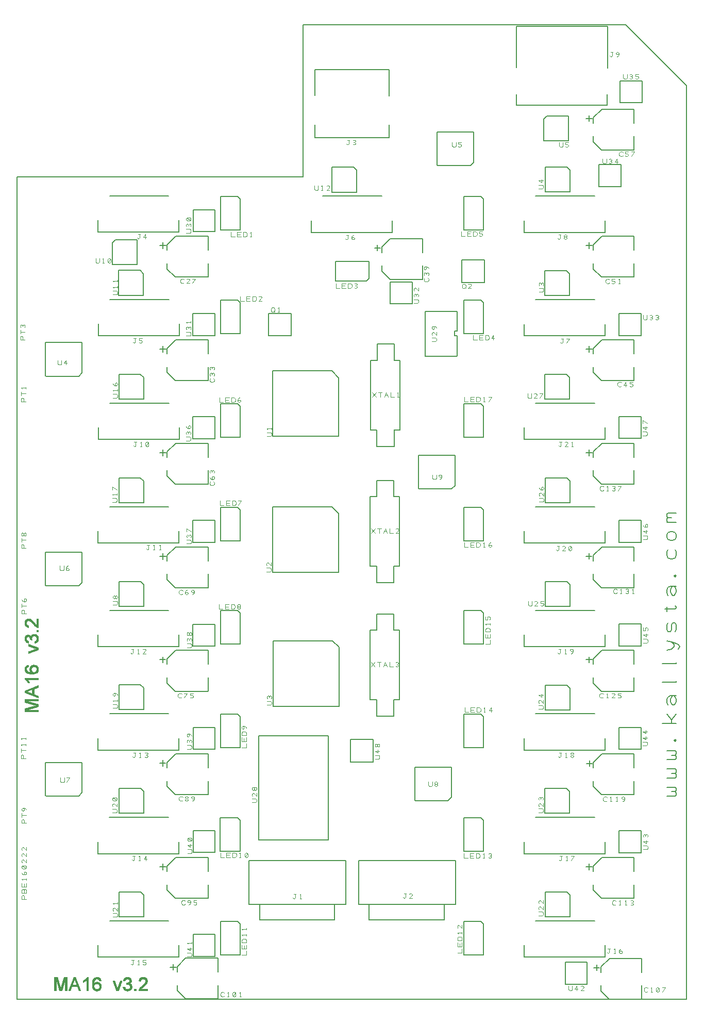
<source format=gbr>
%FSLAX35Y35*%
%MOIN*%
G04 EasyPC Gerber Version 18.0.8 Build 3632 *
%ADD26C,0.00100*%
%ADD11C,0.00394*%
%ADD118C,0.00500*%
%ADD73C,0.00787*%
X0Y0D02*
D02*
D11*
X83809Y524606D02*
X80856D01*
Y526329*
X81102Y526821*
X81594Y527067*
X82087Y526821*
X82333Y526329*
Y524606*
X83809Y529774D02*
X80856D01*
Y528543D02*
Y531004D01*
X83563Y532726D02*
X83809Y533219D01*
Y533711*
X83563Y534203*
X83071Y534449*
X82579Y534203*
X82333Y533711*
Y533219*
Y533711D02*
X82087Y534203D01*
X81594Y534449*
X81102Y534203*
X80856Y533711*
Y533219*
X81102Y532726*
X84203Y254035D02*
X81250D01*
Y255758*
X81496Y256250*
X81988Y256496*
X82480Y256250*
X82726Y255758*
Y254035*
X84203Y259203D02*
X81250D01*
Y257972D02*
Y260433D01*
X84203Y262402D02*
Y263386D01*
Y262894D02*
X81250D01*
X81742Y262402*
X84203Y266339D02*
Y267323D01*
Y266831D02*
X81250D01*
X81742Y266339*
X84301Y484646D02*
X81348D01*
Y486368*
X81594Y486860*
X82087Y487106*
X82579Y486860*
X82825Y486368*
Y484646*
X84301Y489813D02*
X81348D01*
Y488583D02*
Y491043D01*
X84301Y493012D02*
Y493996D01*
Y493504D02*
X81348D01*
X81841Y493012*
X84459Y390000D02*
X81506D01*
Y391722*
X81752Y392215*
X82244Y392461*
X82736Y392215*
X82982Y391722*
Y390000*
X84459Y395167D02*
X81506D01*
Y393937D02*
Y396398D01*
X82982Y398612D02*
Y399104D01*
X82736Y399596*
X82244Y399843*
X81752Y399596*
X81506Y399104*
Y398612*
X81752Y398120*
X82244Y397874*
X82736Y398120*
X82982Y398612*
X83228Y398120*
X83720Y397874*
X84213Y398120*
X84459Y398612*
Y399104*
X84213Y399596*
X83720Y399843*
X83228Y399596*
X82982Y399104*
X84695Y163091D02*
X81742D01*
Y164813*
X81988Y165305*
X82480Y165551*
X82972Y165305*
X83219Y164813*
Y163091*
Y168750D02*
X83465Y169242D01*
X83957Y169488*
X84449Y169242*
X84695Y168750*
Y167028*
X81742*
Y168750*
X81988Y169242*
X82480Y169488*
X82972Y169242*
X83219Y168750*
Y167028*
X84695Y170965D02*
X81742D01*
Y173425*
X83219Y172933D02*
Y170965D01*
X84695D02*
Y173425D01*
Y175394D02*
Y176378D01*
Y175886D02*
X81742D01*
X82234Y175394*
X83957Y178839D02*
X83465Y179085D01*
X83219Y179577*
Y180069*
X83465Y180561*
X83957Y180807*
X84449Y180561*
X84695Y180069*
Y179577*
X84449Y179085*
X83957Y178839*
X83219*
X82480Y179085*
X81988Y179577*
X81742Y180069*
X84449Y183022D02*
X84695Y183514D01*
Y184006*
X84449Y184498*
X83957Y184744*
X82480*
X81988Y184498*
X81742Y184006*
Y183514*
X81988Y183022*
X82480Y182776*
X83957*
X84449Y183022*
X81988Y184498*
X84695Y188681D02*
Y186713D01*
X82972Y188435*
X82480Y188681*
X81988Y188435*
X81742Y187943*
Y187205*
X81988Y186713*
X84695Y192618D02*
Y190650D01*
X82972Y192372*
X82480Y192618*
X81988Y192372*
X81742Y191880*
Y191142*
X81988Y190650*
X84695Y196555D02*
Y194587D01*
X82972Y196309*
X82480Y196555*
X81988Y196309*
X81742Y195817*
Y195079*
X81988Y194587*
X84695Y212205D02*
X81742D01*
Y213927*
X81988Y214419*
X82480Y214665*
X82972Y214419*
X83219Y213927*
Y212205*
X84695Y217372D02*
X81742D01*
Y216142D02*
Y218602D01*
X84695Y220817D02*
X84449Y221309D01*
X83957Y221801*
X83219Y222047*
X82480*
X81988Y221801*
X81742Y221309*
Y220817*
X81988Y220325*
X82480Y220079*
X82972Y220325*
X83219Y220817*
Y221309*
X82972Y221801*
X82480Y222047*
X84695Y347598D02*
X81742D01*
Y349321*
X81988Y349813*
X82480Y350059*
X82972Y349813*
X83219Y349321*
Y347598*
X84695Y352766D02*
X81742D01*
Y351535D02*
Y353996D01*
X83957Y355472D02*
X83465Y355719D01*
X83219Y356211*
Y356703*
X83465Y357195*
X83957Y357441*
X84449Y357195*
X84695Y356703*
Y356211*
X84449Y355719*
X83957Y355472*
X83219*
X82480Y355719*
X81988Y356211*
X81742Y356703*
X105020Y511467D02*
Y509252D01*
X105266Y508760*
X105758Y508514*
X106742*
X107234Y508760*
X107480Y509252*
Y511467*
X110187Y508514D02*
Y511467D01*
X108957Y509498*
X110925*
X106398Y378494D02*
Y376280D01*
X106644Y375787*
X107136Y375541*
X108120*
X108612Y375787*
X108858Y376280*
Y378494*
X110335Y376280D02*
X110581Y376772D01*
X111073Y377018*
X111565*
X112057Y376772*
X112303Y376280*
X112057Y375787*
X111565Y375541*
X111073*
X110581Y375787*
X110335Y376280*
Y377018*
X110581Y377756*
X111073Y378248*
X111565Y378494*
X106693Y241486D02*
Y239272D01*
X106939Y238780*
X107431Y238533*
X108415*
X108907Y238780*
X109154Y239272*
Y241486*
X110630Y238533D02*
X112598Y241486D01*
X110630*
X129528Y577313D02*
Y575098D01*
X129774Y574606*
X130266Y574360*
X131250*
X131742Y574606*
X131988Y575098*
Y577313*
X133957Y574360D02*
X134941D01*
X134449D02*
Y577313D01*
X133957Y576821*
X137648Y574606D02*
X138140Y574360D01*
X138632*
X139124Y574606*
X139370Y575098*
Y576575*
X139124Y577067*
X138632Y577313*
X138140*
X137648Y577067*
X137402Y576575*
Y575098*
X137648Y574606*
X139124Y577067*
X140207Y419783D02*
X142421D01*
X142913Y420030*
X143159Y420522*
Y421506*
X142913Y421998*
X142421Y422244*
X140207*
X143159Y424213D02*
Y425197D01*
Y424705D02*
X140207D01*
X140699Y424213*
X143159Y427657D02*
X140207Y429626D01*
Y427657*
X140305Y218898D02*
X142520D01*
X143012Y219144*
X143258Y219636*
Y220620*
X143012Y221112*
X142520Y221358*
X140305*
X143258Y224803D02*
Y222835D01*
X141535Y224557*
X141043Y224803*
X140551Y224557*
X140305Y224065*
Y223327*
X140551Y222835*
X143012Y227018D02*
X143258Y227510D01*
Y228002*
X143012Y228494*
X142520Y228740*
X141043*
X140551Y228494*
X140305Y228002*
Y227510*
X140551Y227018*
X141043Y226772*
X142520*
X143012Y227018*
X140551Y228494*
X140600Y286516D02*
X142815D01*
X143307Y286762*
X143553Y287254*
Y288238*
X143307Y288730*
X142815Y288976*
X140600*
X143553Y290945D02*
Y291929D01*
Y291437D02*
X140600D01*
X141093Y290945*
X143553Y295128D02*
X143307Y295620D01*
X142815Y296112*
X142077Y296358*
X141339*
X140846Y296112*
X140600Y295620*
Y295128*
X140846Y294636*
X141339Y294390*
X141831Y294636*
X142077Y295128*
Y295620*
X141831Y296112*
X141339Y296358*
X140600Y487106D02*
X142815D01*
X143307Y487352*
X143553Y487844*
Y488829*
X143307Y489321*
X142815Y489567*
X140600*
X143553Y491535D02*
Y492520D01*
Y492028D02*
X140600D01*
X141093Y491535*
X142815Y494980D02*
X142323Y495226D01*
X142077Y495719*
Y496211*
X142323Y496703*
X142815Y496949*
X143307Y496703*
X143553Y496211*
Y495719*
X143307Y495226*
X142815Y494980*
X142077*
X141339Y495226*
X140846Y495719*
X140600Y496211*
X140699Y151496D02*
X142913D01*
X143406Y151742*
X143652Y152234*
Y153219*
X143406Y153711*
X142913Y153957*
X140699*
X143652Y157402D02*
Y155433D01*
X141929Y157156*
X141437Y157402*
X140945Y157156*
X140699Y156663*
Y155925*
X140945Y155433*
X143652Y159862D02*
Y160846D01*
Y160354D02*
X140699D01*
X141191Y159862*
X140699Y353346D02*
X142913D01*
X143406Y353593*
X143652Y354085*
Y355069*
X143406Y355561*
X142913Y355807*
X140699*
X142175Y358022D02*
Y358514D01*
X141929Y359006*
X141437Y359252*
X140945Y359006*
X140699Y358514*
Y358022*
X140945Y357530*
X141437Y357283*
X141929Y357530*
X142175Y358022*
X142421Y357530*
X142913Y357283*
X143406Y357530*
X143652Y358022*
Y358514*
X143406Y359006*
X142913Y359252*
X142421Y359006*
X142175Y358514*
X140699Y553839D02*
X142913D01*
X143406Y554085*
X143652Y554577*
Y555561*
X143406Y556053*
X142913Y556299*
X140699*
X143652Y558268D02*
Y559252D01*
Y558760D02*
X140699D01*
X141191Y558268*
X143652Y562205D02*
Y563189D01*
Y562697D02*
X140699D01*
X141191Y562205*
X152165Y322293D02*
X152411Y322047D01*
X152904Y321801*
X153396Y322047*
X153642Y322293*
Y324754*
X154134*
X153642D02*
X152657D01*
X156594Y321801D02*
X157579D01*
X157087D02*
Y324754D01*
X156594Y324262*
X162008Y321801D02*
X160039D01*
X161762Y323524*
X162008Y324016*
X161762Y324508*
X161270Y324754*
X160531*
X160039Y324508*
X152264Y121112D02*
X152510Y120866D01*
X153002Y120620*
X153494Y120866*
X153740Y121112*
Y123573*
X154232*
X153740D02*
X152756D01*
X156693Y120620D02*
X157677D01*
X157185D02*
Y123573D01*
X156693Y123081*
X160138Y120866D02*
X160630Y120620D01*
X161368*
X161860Y120866*
X162106Y121358*
Y121604*
X161860Y122096*
X161368Y122343*
X160138*
Y123573*
X162106*
X152953Y188533D02*
X153199Y188287D01*
X153691Y188041*
X154183Y188287*
X154429Y188533*
Y190994*
X154921*
X154429D02*
X153445D01*
X157382Y188041D02*
X158366D01*
X157874D02*
Y190994D01*
X157382Y190502*
X162057Y188041D02*
Y190994D01*
X160827Y189026*
X162795*
X153346Y255266D02*
X153593Y255020D01*
X154085Y254774*
X154577Y255020*
X154823Y255266*
Y257726*
X155315*
X154823D02*
X153839D01*
X157776Y254774D02*
X158760D01*
X158268D02*
Y257726D01*
X157776Y257234*
X161467Y255020D02*
X161959Y254774D01*
X162451*
X162943Y255020*
X163189Y255512*
X162943Y256004*
X162451Y256250*
X161959*
X162451D02*
X162943Y256496D01*
X163189Y256988*
X162943Y257480*
X162451Y257726*
X161959*
X161467Y257480*
X153642Y523081D02*
X153888Y522835D01*
X154380Y522589*
X154872Y522835*
X155118Y523081*
Y525541*
X155610*
X155118D02*
X154134D01*
X157579Y522835D02*
X158071Y522589D01*
X158809*
X159301Y522835*
X159547Y523327*
Y523573*
X159301Y524065*
X158809Y524311*
X157579*
Y525541*
X159547*
X153937Y456152D02*
X154183Y455906D01*
X154675Y455659*
X155167Y455906*
X155413Y456152*
Y458612*
X155906*
X155413D02*
X154429D01*
X158366Y455659D02*
X159350D01*
X158858D02*
Y458612D01*
X158366Y458120*
X162057Y455906D02*
X162549Y455659D01*
X163041*
X163533Y455906*
X163780Y456398*
Y457874*
X163533Y458366*
X163041Y458612*
X162549*
X162057Y458366*
X161811Y457874*
Y456398*
X162057Y455906*
X163533Y458366*
X156496Y590600D02*
X156742Y590354D01*
X157234Y590108*
X157726Y590354*
X157972Y590600*
Y593061*
X158465*
X157972D02*
X156988D01*
X161663Y590108D02*
Y593061D01*
X160433Y591093*
X162402*
X162303Y389616D02*
X162549Y389370D01*
X163041Y389124*
X163533Y389370*
X163780Y389616*
Y392077*
X164272*
X163780D02*
X162795D01*
X166732Y389124D02*
X167717D01*
X167224D02*
Y392077D01*
X166732Y391585*
X170669Y389124D02*
X171654D01*
X171161D02*
Y392077D01*
X170669Y391585*
X185236Y293652D02*
X184990Y293406D01*
X184498Y293159*
X183760*
X183268Y293406*
X183022Y293652*
X182776Y294144*
Y295128*
X183022Y295620*
X183268Y295866*
X183760Y296112*
X184498*
X184990Y295866*
X185236Y295620*
X186713Y293159D02*
X188681Y296112D01*
X186713*
X190650Y293406D02*
X191142Y293159D01*
X191880*
X192372Y293406*
X192618Y293898*
Y294144*
X192372Y294636*
X191880Y294882*
X190650*
Y296112*
X192618*
X185827Y360482D02*
X185581Y360236D01*
X185089Y359990*
X184350*
X183858Y360236*
X183612Y360482*
X183366Y360974*
Y361959*
X183612Y362451*
X183858Y362697*
X184350Y362943*
X185089*
X185581Y362697*
X185827Y362451*
X187303Y360728D02*
X187549Y361220D01*
X188041Y361467*
X188533*
X189026Y361220*
X189272Y360728*
X189026Y360236*
X188533Y359990*
X188041*
X187549Y360236*
X187303Y360728*
Y361467*
X187549Y362205*
X188041Y362697*
X188533Y362943*
X191978Y359990D02*
X192470Y360236D01*
X192963Y360728*
X193209Y361467*
Y362205*
X192963Y362697*
X192470Y362943*
X191978*
X191486Y362697*
X191240Y362205*
X191486Y361713*
X191978Y361467*
X192470*
X192963Y361713*
X193209Y362205*
X185925Y227018D02*
X185679Y226772D01*
X185187Y226526*
X184449*
X183957Y226772*
X183711Y227018*
X183465Y227510*
Y228494*
X183711Y228986*
X183957Y229232*
X184449Y229478*
X185187*
X185679Y229232*
X185925Y228986*
X188140Y228002D02*
X188632D01*
X189124Y228248*
X189370Y228740*
X189124Y229232*
X188632Y229478*
X188140*
X187648Y229232*
X187402Y228740*
X187648Y228248*
X188140Y228002*
X187648Y227756*
X187402Y227264*
X187648Y226772*
X188140Y226526*
X188632*
X189124Y226772*
X189370Y227264*
X189124Y227756*
X188632Y228002*
X192077Y226526D02*
X192569Y226772D01*
X193061Y227264*
X193307Y228002*
Y228740*
X193061Y229232*
X192569Y229478*
X192077*
X191585Y229232*
X191339Y228740*
X191585Y228248*
X192077Y228002*
X192569*
X193061Y228248*
X193307Y228740*
X186713Y561663D02*
X186467Y561417D01*
X185974Y561171*
X185236*
X184744Y561417*
X184498Y561663*
X184252Y562156*
Y563140*
X184498Y563632*
X184744Y563878*
X185236Y564124*
X185974*
X186467Y563878*
X186713Y563632*
X190157Y561171D02*
X188189D01*
X189911Y562894*
X190157Y563386*
X189911Y563878*
X189419Y564124*
X188681*
X188189Y563878*
X192126Y561171D02*
X194094Y564124D01*
X192126*
X187402Y159892D02*
X187156Y159646D01*
X186663Y159400*
X185925*
X185433Y159646*
X185187Y159892*
X184941Y160384*
Y161368*
X185187Y161860*
X185433Y162106*
X185925Y162352*
X186663*
X187156Y162106*
X187402Y161860*
X189616Y159400D02*
X190108Y159646D01*
X190600Y160138*
X190846Y160876*
Y161614*
X190600Y162106*
X190108Y162352*
X189616*
X189124Y162106*
X188878Y161614*
X189124Y161122*
X189616Y160876*
X190108*
X190600Y161122*
X190846Y161614*
X192815Y159646D02*
X193307Y159400D01*
X194045*
X194537Y159646*
X194783Y160138*
Y160384*
X194537Y160876*
X194045Y161122*
X192815*
Y162352*
X194783*
X187943Y459449D02*
X190157D01*
X190650Y459695*
X190896Y460187*
Y461171*
X190650Y461663*
X190157Y461909*
X187943*
X190650Y463632D02*
X190896Y464124D01*
Y464616*
X190650Y465108*
X190157Y465354*
X189665Y465108*
X189419Y464616*
Y464124*
Y464616D02*
X189173Y465108D01*
X188681Y465354*
X188189Y465108*
X187943Y464616*
Y464124*
X188189Y463632*
X190157Y467323D02*
X189665Y467569D01*
X189419Y468061*
Y468553*
X189665Y469045*
X190157Y469291*
X190650Y469045*
X190896Y468553*
Y468061*
X190650Y467569*
X190157Y467323*
X189419*
X188681Y467569*
X188189Y468061*
X187943Y468553*
X188140Y527165D02*
X190354D01*
X190846Y527411*
X191093Y527904*
Y528888*
X190846Y529380*
X190354Y529626*
X188140*
X190846Y531348D02*
X191093Y531841D01*
Y532333*
X190846Y532825*
X190354Y533071*
X189862Y532825*
X189616Y532333*
Y531841*
Y532333D02*
X189370Y532825D01*
X188878Y533071*
X188386Y532825*
X188140Y532333*
Y531841*
X188386Y531348*
X191093Y535531D02*
Y536516D01*
Y536024D02*
X188140D01*
X188632Y535531*
X188140Y593799D02*
X190354D01*
X190846Y594045*
X191093Y594537*
Y595522*
X190846Y596014*
X190354Y596260*
X188140*
X190846Y597982D02*
X191093Y598474D01*
Y598967*
X190846Y599459*
X190354Y599705*
X189862Y599459*
X189616Y598967*
Y598474*
Y598967D02*
X189370Y599459D01*
X188878Y599705*
X188386Y599459*
X188140Y598967*
Y598474*
X188386Y597982*
X190846Y601919D02*
X191093Y602411D01*
Y602904*
X190846Y603396*
X190354Y603642*
X188878*
X188386Y603396*
X188140Y602904*
Y602411*
X188386Y601919*
X188878Y601673*
X190354*
X190846Y601919*
X188386Y603396*
X188238Y392815D02*
X190453D01*
X190945Y393061*
X191191Y393553*
Y394537*
X190945Y395030*
X190453Y395276*
X188238*
X190945Y396998D02*
X191191Y397490D01*
Y397982*
X190945Y398474*
X190453Y398720*
X189961Y398474*
X189715Y397982*
Y397490*
Y397982D02*
X189469Y398474D01*
X188976Y398720*
X188484Y398474*
X188238Y397982*
Y397490*
X188484Y396998*
X191191Y400689D02*
X188238Y402657D01*
Y400689*
X188533Y260039D02*
X190748D01*
X191240Y260285*
X191486Y260778*
Y261762*
X191240Y262254*
X190748Y262500*
X188533*
X191240Y264222D02*
X191486Y264715D01*
Y265207*
X191240Y265699*
X190748Y265945*
X190256Y265699*
X190010Y265207*
Y264715*
Y265207D02*
X189764Y265699D01*
X189272Y265945*
X188780Y265699*
X188533Y265207*
Y264715*
X188780Y264222*
X191486Y268652D02*
X191240Y269144D01*
X190748Y269636*
X190010Y269882*
X189272*
X188780Y269636*
X188533Y269144*
Y268652*
X188780Y268159*
X189272Y267913*
X189764Y268159*
X190010Y268652*
Y269144*
X189764Y269636*
X189272Y269882*
X188533Y325689D02*
X190748D01*
X191240Y325935*
X191486Y326427*
Y327411*
X191240Y327904*
X190748Y328150*
X188533*
X191240Y329872D02*
X191486Y330364D01*
Y330856*
X191240Y331348*
X190748Y331594*
X190256Y331348*
X190010Y330856*
Y330364*
Y330856D02*
X189764Y331348D01*
X189272Y331594*
X188780Y331348*
X188533Y330856*
Y330364*
X188780Y329872*
X190010Y334301D02*
Y334793D01*
X189764Y335285*
X189272Y335531*
X188780Y335285*
X188533Y334793*
Y334301*
X188780Y333809*
X189272Y333563*
X189764Y333809*
X190010Y334301*
X190256Y333809*
X190748Y333563*
X191240Y333809*
X191486Y334301*
Y334793*
X191240Y335285*
X190748Y335531*
X190256Y335285*
X190010Y334793*
X188730Y125886D02*
X190945D01*
X191437Y126132*
X191683Y126624*
Y127608*
X191437Y128100*
X190945Y128346*
X188730*
X191683Y131053D02*
X188730D01*
X190699Y129823*
Y131791*
X191683Y134252D02*
Y135236D01*
Y134744D02*
X188730D01*
X189222Y134252*
X188829Y192717D02*
X191043D01*
X191535Y192963*
X191781Y193455*
Y194439*
X191535Y194931*
X191043Y195177*
X188829*
X191781Y197884D02*
X188829D01*
X190797Y196654*
Y198622*
X191535Y200837D02*
X191781Y201329D01*
Y201821*
X191535Y202313*
X191043Y202559*
X189567*
X189075Y202313*
X188829Y201821*
Y201329*
X189075Y200837*
X189567Y200591*
X191043*
X191535Y200837*
X189075Y202313*
X205758Y432972D02*
X206004Y432726D01*
X206250Y432234*
Y431496*
X206004Y431004*
X205758Y430758*
X205266Y430512*
X204281*
X203789Y430758*
X203543Y431004*
X203297Y431496*
Y432234*
X203543Y432726*
X203789Y432972*
X205512Y434449D02*
X205020Y434695D01*
X204774Y435187*
Y435679*
X205020Y436171*
X205512Y436417*
X206004Y436171*
X206250Y435679*
Y435187*
X206004Y434695*
X205512Y434449*
X204774*
X204035Y434695*
X203543Y435187*
X203297Y435679*
X206004Y438632D02*
X206250Y439124D01*
Y439616*
X206004Y440108*
X205512Y440354*
X205020Y440108*
X204774Y439616*
Y439124*
Y439616D02*
X204528Y440108D01*
X204035Y440354*
X203543Y440108*
X203297Y439616*
Y439124*
X203543Y438632*
X205758Y499705D02*
X206004Y499459D01*
X206250Y498967*
Y498228*
X206004Y497736*
X205758Y497490*
X205266Y497244*
X204281*
X203789Y497490*
X203543Y497736*
X203297Y498228*
Y498967*
X203543Y499459*
X203789Y499705*
X206004Y501427D02*
X206250Y501919D01*
Y502411*
X206004Y502904*
X205512Y503150*
X205020Y502904*
X204774Y502411*
Y501919*
Y502411D02*
X204528Y502904D01*
X204035Y503150*
X203543Y502904*
X203297Y502411*
Y501919*
X203543Y501427*
X206004Y505364D02*
X206250Y505856D01*
Y506348*
X206004Y506841*
X205512Y507087*
X205020Y506841*
X204774Y506348*
Y505856*
Y506348D02*
X204528Y506841D01*
X204035Y507087*
X203543Y506841*
X203297Y506348*
Y505856*
X203543Y505364*
X209331Y353612D02*
Y350659D01*
X211791*
X213268D02*
Y353612D01*
X215728*
X215236Y352136D02*
X213268D01*
Y350659D02*
X215728D01*
X217205D02*
Y353612D01*
X218681*
X219173Y353366*
X219419Y353120*
X219665Y352628*
Y351644*
X219419Y351152*
X219173Y350906*
X218681Y350659*
X217205*
X221880Y352136D02*
X222372D01*
X222864Y352382*
X223110Y352874*
X222864Y353366*
X222372Y353612*
X221880*
X221388Y353366*
X221142Y352874*
X221388Y352382*
X221880Y352136*
X221388Y351890*
X221142Y351398*
X221388Y350906*
X221880Y350659*
X222372*
X222864Y350906*
X223110Y351398*
X222864Y351890*
X222372Y352136*
X209528Y487234D02*
Y484281D01*
X211988*
X213465D02*
Y487234D01*
X215925*
X215433Y485758D02*
X213465D01*
Y484281D02*
X215925D01*
X217402D02*
Y487234D01*
X218878*
X219370Y486988*
X219616Y486742*
X219862Y486250*
Y485266*
X219616Y484774*
X219370Y484528*
X218878Y484281*
X217402*
X221339Y485020D02*
X221585Y485512D01*
X222077Y485758*
X222569*
X223061Y485512*
X223307Y485020*
X223061Y484528*
X222569Y484281*
X222077*
X221585Y484528*
X221339Y485020*
Y485758*
X221585Y486496*
X222077Y486988*
X222569Y487234*
X210000Y420541D02*
Y417589D01*
X212461*
X213937D02*
Y420541D01*
X216398*
X215906Y419065D02*
X213937D01*
Y417589D02*
X216398D01*
X217874D02*
Y420541D01*
X219350*
X219843Y420295*
X220089Y420049*
X220335Y419557*
Y418573*
X220089Y418081*
X219843Y417835*
X219350Y417589*
X217874*
X221811D02*
X223780Y420541D01*
X221811*
X210157Y192982D02*
Y190030D01*
X212618*
X214094D02*
Y192982D01*
X216555*
X216063Y191506D02*
X214094D01*
Y190030D02*
X216555D01*
X218031D02*
Y192982D01*
X219508*
X220000Y192736*
X220246Y192490*
X220492Y191998*
Y191014*
X220246Y190522*
X220000Y190276*
X219508Y190030*
X218031*
X222461D02*
X223445D01*
X222953D02*
Y192982D01*
X222461Y192490*
X226152Y190276D02*
X226644Y190030D01*
X227136*
X227628Y190276*
X227874Y190768*
Y192244*
X227628Y192736*
X227136Y192982*
X226644*
X226152Y192736*
X225906Y192244*
Y190768*
X226152Y190276*
X227628Y192736*
X212697Y100443D02*
X212451Y100197D01*
X211959Y99951*
X211220*
X210728Y100197*
X210482Y100443*
X210236Y100935*
Y101919*
X210482Y102411*
X210728Y102657*
X211220Y102904*
X211959*
X212451Y102657*
X212697Y102411*
X214665Y99951D02*
X215650D01*
X215157D02*
Y102904D01*
X214665Y102411*
X218356Y100197D02*
X218848Y99951D01*
X219341*
X219833Y100197*
X220079Y100689*
Y102165*
X219833Y102657*
X219341Y102904*
X218848*
X218356Y102657*
X218110Y102165*
Y100689*
X218356Y100197*
X219833Y102657*
X222539Y99951D02*
X223524D01*
X223031D02*
Y102904D01*
X222539Y102411*
X217087Y594242D02*
Y591289D01*
X219547*
X221024D02*
Y594242D01*
X223484*
X222992Y592766D02*
X221024D01*
Y591289D02*
X223484D01*
X224961D02*
Y594242D01*
X226437*
X226929Y593996*
X227175Y593750*
X227421Y593258*
Y592274*
X227175Y591781*
X226929Y591535*
X226437Y591289*
X224961*
X229390D02*
X230374D01*
X229882D02*
Y594242D01*
X229390Y593750*
X223071Y552746D02*
Y549793D01*
X225531*
X227008D02*
Y552746D01*
X229469*
X228976Y551270D02*
X227008D01*
Y549793D02*
X229469D01*
X230945D02*
Y552746D01*
X232421*
X232913Y552500*
X233159Y552254*
X233406Y551762*
Y550778*
X233159Y550285*
X232913Y550039*
X232421Y549793*
X230945*
X236850D02*
X234882D01*
X236604Y551516*
X236850Y552008*
X236604Y552500*
X236112Y552746*
X235374*
X234882Y552500*
X223967Y261122D02*
X226919D01*
Y263583*
Y265059D02*
X223967D01*
Y267520*
X225443Y267028D02*
Y265059D01*
X226919D02*
Y267520D01*
Y268996D02*
X223967D01*
Y270472*
X224213Y270965*
X224459Y271211*
X224951Y271457*
X225935*
X226427Y271211*
X226673Y270965*
X226919Y270472*
Y268996*
Y273671D02*
X226673Y274163D01*
X226181Y274656*
X225443Y274902*
X224705*
X224213Y274656*
X223967Y274163*
Y273671*
X224213Y273179*
X224705Y272933*
X225197Y273179*
X225443Y273671*
Y274163*
X225197Y274656*
X224705Y274902*
X224065Y127067D02*
X227018D01*
Y129528*
Y131004D02*
X224065D01*
Y133465*
X225541Y132972D02*
Y131004D01*
X227018D02*
Y133465D01*
Y134941D02*
X224065D01*
Y136417*
X224311Y136909*
X224557Y137156*
X225049Y137402*
X226033*
X226526Y137156*
X226772Y136909*
X227018Y136417*
Y134941*
Y139370D02*
Y140354D01*
Y139862D02*
X224065D01*
X224557Y139370*
X227018Y143307D02*
Y144291D01*
Y143799D02*
X224065D01*
X224557Y143307*
X230659Y225591D02*
X232874D01*
X233366Y225837*
X233612Y226329*
Y227313*
X233366Y227805*
X232874Y228051*
X230659*
X233612Y231496D02*
Y229528D01*
X231890Y231250*
X231398Y231496*
X230906Y231250*
X230659Y230758*
Y230020*
X230906Y229528*
X232136Y234203D02*
Y234695D01*
X231890Y235187*
X231398Y235433*
X230906Y235187*
X230659Y234695*
Y234203*
X230906Y233711*
X231398Y233465*
X231890Y233711*
X232136Y234203*
X232382Y233711*
X232874Y233465*
X233366Y233711*
X233612Y234203*
Y234695*
X233366Y235187*
X232874Y235433*
X232382Y235187*
X232136Y234695*
X242913Y543533D02*
Y544518D01*
X243159Y545010*
X243406Y545256*
X243898Y545502*
X244390*
X244882Y545256*
X245128Y545010*
X245374Y544518*
Y543533*
X245128Y543041*
X244882Y542795*
X244390Y542549*
X243898*
X243406Y542795*
X243159Y543041*
X242913Y543533*
X244636Y543287D02*
X245374Y542549D01*
X247343D02*
X248327D01*
X247835D02*
Y545502D01*
X247343Y545010*
X240010Y374705D02*
X242224D01*
X242717Y374951*
X242963Y375443*
Y376427*
X242717Y376919*
X242224Y377165*
X240010*
X242963Y380610D02*
Y378642D01*
X241240Y380364*
X240748Y380610*
X240256Y380364*
X240010Y379872*
Y379134*
X240256Y378642*
X240305Y288583D02*
X242520D01*
X243012Y288829*
X243258Y289321*
Y290305*
X243012Y290797*
X242520Y291043*
X240305*
X243012Y292766D02*
X243258Y293258D01*
Y293750*
X243012Y294242*
X242520Y294488*
X242028Y294242*
X241781Y293750*
Y293258*
Y293750D02*
X241535Y294242D01*
X241043Y294488*
X240551Y294242*
X240305Y293750*
Y293258*
X240551Y292766*
X240305Y462303D02*
X242520D01*
X243012Y462549*
X243258Y463041*
Y464026*
X243012Y464518*
X242520Y464764*
X240305*
X243258Y466732D02*
Y467717D01*
Y467224D02*
X240305D01*
X240797Y466732*
X257087Y163927D02*
X257333Y163681D01*
X257825Y163435*
X258317Y163681*
X258563Y163927*
Y166388*
X259055*
X258563D02*
X257579D01*
X261516Y163435D02*
X262500D01*
X262008D02*
Y166388D01*
X261516Y165896*
X270965Y624360D02*
Y622146D01*
X271211Y621654*
X271703Y621407*
X272687*
X273179Y621654*
X273425Y622146*
Y624360*
X275394Y621407D02*
X276378D01*
X275886D02*
Y624360D01*
X275394Y623868*
X280807Y621407D02*
X278839D01*
X280561Y623130*
X280807Y623622*
X280561Y624114*
X280069Y624360*
X279331*
X278839Y624114*
X284843Y561073D02*
Y558120D01*
X287303*
X288780D02*
Y561073D01*
X291240*
X290748Y559596D02*
X288780D01*
Y558120D02*
X291240D01*
X292717D02*
Y561073D01*
X294193*
X294685Y560827*
X294931Y560581*
X295177Y560089*
Y559104*
X294931Y558612*
X294685Y558366*
X294193Y558120*
X292717*
X296900Y558366D02*
X297392Y558120D01*
X297884*
X298376Y558366*
X298622Y558858*
X298376Y559350*
X297884Y559596*
X297392*
X297884D02*
X298376Y559843D01*
X298622Y560335*
X298376Y560827*
X297884Y561073*
X297392*
X296900Y560827*
X291142Y590010D02*
X291388Y589764D01*
X291880Y589518*
X292372Y589764*
X292618Y590010*
Y592470*
X293110*
X292618D02*
X291634D01*
X295079Y590256D02*
X295325Y590748D01*
X295817Y590994*
X296309*
X296801Y590748*
X297047Y590256*
X296801Y589764*
X296309Y589518*
X295817*
X295325Y589764*
X295079Y590256*
Y590994*
X295325Y591732*
X295817Y592224*
X296309Y592470*
X291732Y651329D02*
X291978Y651083D01*
X292470Y650837*
X292963Y651083*
X293209Y651329*
Y653789*
X293701*
X293209D02*
X292224D01*
X295915Y651083D02*
X296407Y650837D01*
X296900*
X297392Y651083*
X297638Y651575*
X297392Y652067*
X296900Y652313*
X296407*
X296900D02*
X297392Y652559D01*
X297638Y653051*
X297392Y653543*
X296900Y653789*
X296407*
X295915Y653543*
X307677Y313238D02*
X310138Y316191D01*
X307677D02*
X310138Y313238D01*
X312844D02*
Y316191D01*
X311614D02*
X314075D01*
X315551Y313238D02*
X316781Y316191D01*
X318012Y313238*
X316043Y314469D02*
X317520D01*
X319488Y316191D02*
Y313238D01*
X321949*
X323671Y313484D02*
X324163Y313238D01*
X324656*
X325148Y313484*
X325394Y313976*
X325148Y314469*
X324656Y314715*
X324163*
X324656D02*
X325148Y314961D01*
X325394Y315453*
X325148Y315945*
X324656Y316191*
X324163*
X323671Y315945*
X307776Y399656D02*
X310236Y402608D01*
X307776D02*
X310236Y399656D01*
X312943D02*
Y402608D01*
X311713D02*
X314173D01*
X315650Y399656D02*
X316880Y402608D01*
X318110Y399656*
X316142Y400886D02*
X317618D01*
X319587Y402608D02*
Y399656D01*
X322047*
X325492D02*
X323524D01*
X325246Y401378*
X325492Y401870*
X325246Y402362*
X324754Y402608*
X324016*
X323524Y402362*
X308366Y487746D02*
X310827Y490699D01*
X308366D02*
X310827Y487746D01*
X313533D02*
Y490699D01*
X312303D02*
X314764D01*
X316240Y487746D02*
X317470Y490699D01*
X318701Y487746*
X316732Y488976D02*
X318209D01*
X320177Y490699D02*
Y487746D01*
X322638*
X324606D02*
X325591D01*
X325098D02*
Y490699D01*
X324606Y490207*
X310167Y253622D02*
X312382D01*
X312874Y253868*
X313120Y254360*
Y255344*
X312874Y255837*
X312382Y256083*
X310167*
X313120Y258789D02*
X310167D01*
X312136Y257559*
Y259528*
X311644Y262234D02*
Y262726D01*
X311398Y263219*
X310906Y263465*
X310413Y263219*
X310167Y262726*
Y262234*
X310413Y261742*
X310906Y261496*
X311398Y261742*
X311644Y262234*
X311890Y261742*
X312382Y261496*
X312874Y261742*
X313120Y262234*
Y262726*
X312874Y263219*
X312382Y263465*
X311890Y263219*
X311644Y262726*
X328445Y164222D02*
X328691Y163976D01*
X329183Y163730*
X329675Y163976*
X329921Y164222*
Y166683*
X330413*
X329921D02*
X328937D01*
X334350Y163730D02*
X332382D01*
X334104Y165453*
X334350Y165945*
X334104Y166437*
X333612Y166683*
X332874*
X332382Y166437*
X335285Y548327D02*
X337500D01*
X337992Y548573*
X338238Y549065*
Y550049*
X337992Y550541*
X337500Y550787*
X335285*
X337992Y552510D02*
X338238Y553002D01*
Y553494*
X337992Y553986*
X337500Y554232*
X337008Y553986*
X336762Y553494*
Y553002*
Y553494D02*
X336516Y553986D01*
X336024Y554232*
X335531Y553986*
X335285Y553494*
Y553002*
X335531Y552510*
X338238Y558169D02*
Y556201D01*
X336516Y557923*
X336024Y558169*
X335531Y557923*
X335285Y557431*
Y556693*
X335531Y556201*
X344783Y238927D02*
Y236713D01*
X345030Y236220*
X345522Y235974*
X346506*
X346998Y236220*
X347244Y236713*
Y238927*
X349459Y237451D02*
X349951D01*
X350443Y237697*
X350689Y238189*
X350443Y238681*
X349951Y238927*
X349459*
X348967Y238681*
X348720Y238189*
X348967Y237697*
X349459Y237451*
X348967Y237205*
X348720Y236713*
X348967Y236220*
X349459Y235974*
X349951*
X350443Y236220*
X350689Y236713*
X350443Y237205*
X349951Y237451*
X344341Y564665D02*
X344587Y564419D01*
X344833Y563927*
Y563189*
X344587Y562697*
X344341Y562451*
X343848Y562205*
X342864*
X342372Y562451*
X342126Y562697*
X341880Y563189*
Y563927*
X342126Y564419*
X342372Y564665*
X344587Y566388D02*
X344833Y566880D01*
Y567372*
X344587Y567864*
X344094Y568110*
X343602Y567864*
X343356Y567372*
Y566880*
Y567372D02*
X343110Y567864D01*
X342618Y568110*
X342126Y567864*
X341880Y567372*
Y566880*
X342126Y566388*
X344833Y570817D02*
X344587Y571309D01*
X344094Y571801*
X343356Y572047*
X342618*
X342126Y571801*
X341880Y571309*
Y570817*
X342126Y570325*
X342618Y570079*
X343110Y570325*
X343356Y570817*
Y571309*
X343110Y571801*
X342618Y572047*
X347441Y437451D02*
Y435236D01*
X347687Y434744*
X348179Y434498*
X349163*
X349656Y434744*
X349902Y435236*
Y437451*
X352116Y434498D02*
X352608Y434744D01*
X353100Y435236*
X353346Y435974*
Y436713*
X353100Y437205*
X352608Y437451*
X352116*
X351624Y437205*
X351378Y436713*
X351624Y436220*
X352116Y435974*
X352608*
X353100Y436220*
X353346Y436713*
X346939Y523583D02*
X349154D01*
X349646Y523829*
X349892Y524321*
Y525305*
X349646Y525797*
X349154Y526043*
X346939*
X349892Y529488D02*
Y527520D01*
X348169Y529242*
X347677Y529488*
X347185Y529242*
X346939Y528750*
Y528012*
X347185Y527520*
X349892Y532195D02*
X349646Y532687D01*
X349154Y533179*
X348415Y533425*
X347677*
X347185Y533179*
X346939Y532687*
Y532195*
X347185Y531703*
X347677Y531457*
X348169Y531703*
X348415Y532195*
Y532687*
X348169Y533179*
X347677Y533425*
X360138Y652411D02*
Y650197D01*
X360384Y649705*
X360876Y649459*
X361860*
X362352Y649705*
X362598Y650197*
Y652411*
X364075Y649705D02*
X364567Y649459D01*
X365305*
X365797Y649705*
X366043Y650197*
Y650443*
X365797Y650935*
X365305Y651181*
X364075*
Y652411*
X366043*
X365906Y594636D02*
Y591683D01*
X368366*
X369843D02*
Y594636D01*
X372303*
X371811Y593159D02*
X369843D01*
Y591683D02*
X372303D01*
X373780D02*
Y594636D01*
X375256*
X375748Y594390*
X375994Y594144*
X376240Y593652*
Y592667*
X375994Y592175*
X375748Y591929*
X375256Y591683*
X373780*
X377717Y591929D02*
X378209Y591683D01*
X378947*
X379439Y591929*
X379685Y592421*
Y592667*
X379439Y593159*
X378947Y593406*
X377717*
Y594636*
X379685*
X366496Y558809D02*
Y559793D01*
X366742Y560285*
X366988Y560531*
X367480Y560778*
X367972*
X368465Y560531*
X368711Y560285*
X368957Y559793*
Y558809*
X368711Y558317*
X368465Y558071*
X367972Y557825*
X367480*
X366988Y558071*
X366742Y558317*
X366496Y558809*
X368219Y558563D02*
X368957Y557825D01*
X372402D02*
X370433D01*
X372156Y559547*
X372402Y560039*
X372156Y560531*
X371663Y560778*
X370925*
X370433Y560531*
X363514Y128465D02*
X366467D01*
Y130925*
Y132402D02*
X363514D01*
Y134862*
X364990Y134370D02*
Y132402D01*
X366467D02*
Y134862D01*
Y136339D02*
X363514D01*
Y137815*
X363760Y138307*
X364006Y138553*
X364498Y138799*
X365482*
X365974Y138553*
X366220Y138307*
X366467Y137815*
Y136339*
Y140768D02*
Y141752D01*
Y141260D02*
X363514D01*
X364006Y140768*
X366467Y146181D02*
Y144213D01*
X364744Y145935*
X364252Y146181*
X363760Y145935*
X363514Y145443*
Y144705*
X363760Y144213*
X367717Y192549D02*
Y189596D01*
X370177*
X371654D02*
Y192549D01*
X374114*
X373622Y191073D02*
X371654D01*
Y189596D02*
X374114D01*
X375591D02*
Y192549D01*
X377067*
X377559Y192303*
X377805Y192057*
X378051Y191565*
Y190581*
X377805Y190089*
X377559Y189843*
X377067Y189596*
X375591*
X380020D02*
X381004D01*
X380512D02*
Y192549D01*
X380020Y192057*
X383711Y189843D02*
X384203Y189596D01*
X384695*
X385187Y189843*
X385433Y190335*
X385187Y190827*
X384695Y191073*
X384203*
X384695D02*
X385187Y191319D01*
X385433Y191811*
X385187Y192303*
X384695Y192549*
X384203*
X383711Y192303*
X367913Y393612D02*
Y390659D01*
X370374*
X371850D02*
Y393612D01*
X374311*
X373819Y392136D02*
X371850D01*
Y390659D02*
X374311D01*
X375787D02*
Y393612D01*
X377264*
X377756Y393366*
X378002Y393120*
X378248Y392628*
Y391644*
X378002Y391152*
X377756Y390906*
X377264Y390659*
X375787*
X380217D02*
X381201D01*
X380709D02*
Y393612D01*
X380217Y393120*
X383661Y391398D02*
X383907Y391890D01*
X384400Y392136*
X384892*
X385384Y391890*
X385630Y391398*
X385384Y390906*
X384892Y390659*
X384400*
X383907Y390906*
X383661Y391398*
Y392136*
X383907Y392874*
X384400Y393366*
X384892Y393612*
X367913Y487707D02*
Y484754D01*
X370374*
X371850D02*
Y487707D01*
X374311*
X373819Y486230D02*
X371850D01*
Y484754D02*
X374311D01*
X375787D02*
Y487707D01*
X377264*
X377756Y487461*
X378002Y487215*
X378248Y486722*
Y485738*
X378002Y485246*
X377756Y485000*
X377264Y484754*
X375787*
X380217D02*
X381201D01*
X380709D02*
Y487707D01*
X380217Y487215*
X383661Y484754D02*
X385630Y487707D01*
X383661*
X368189Y286841D02*
Y283888D01*
X370650*
X372126D02*
Y286841D01*
X374587*
X374094Y285364D02*
X372126D01*
Y283888D02*
X374587D01*
X376063D02*
Y286841D01*
X377539*
X378031Y286594*
X378278Y286348*
X378524Y285856*
Y284872*
X378278Y284380*
X378031Y284134*
X377539Y283888*
X376063*
X380492D02*
X381476D01*
X380984D02*
Y286841D01*
X380492Y286348*
X385167Y283888D02*
Y286841D01*
X383937Y284872*
X385906*
X373701Y527549D02*
Y524596D01*
X376161*
X377638D02*
Y527549D01*
X380098*
X379606Y526073D02*
X377638D01*
Y524596D02*
X380098D01*
X381575D02*
Y527549D01*
X383051*
X383543Y527303*
X383789Y527057*
X384035Y526565*
Y525581*
X383789Y525089*
X383543Y524843*
X383051Y524596*
X381575*
X386742D02*
Y527549D01*
X385512Y525581*
X387480*
X381644Y328051D02*
X384596D01*
Y330512*
Y331988D02*
X381644D01*
Y334449*
X383120Y333957D02*
Y331988D01*
X384596D02*
Y334449D01*
Y335925D02*
X381644D01*
Y337402*
X381890Y337894*
X382136Y338140*
X382628Y338386*
X383612*
X384104Y338140*
X384350Y337894*
X384596Y337402*
Y335925*
Y340354D02*
Y341339D01*
Y340846D02*
X381644D01*
X382136Y340354*
X384350Y343799D02*
X384596Y344291D01*
Y345030*
X384350Y345522*
X383858Y345768*
X383612*
X383120Y345522*
X382874Y345030*
Y343799*
X381644*
Y345768*
X408937Y489833D02*
Y487618D01*
X409183Y487126*
X409675Y486880*
X410659*
X411152Y487126*
X411398Y487618*
Y489833*
X414843Y486880D02*
X412874D01*
X414596Y488602*
X414843Y489094*
X414596Y489587*
X414104Y489833*
X413366*
X412874Y489587*
X416811Y486880D02*
X418780Y489833D01*
X416811*
X409331Y355699D02*
Y353484D01*
X409577Y352992*
X410069Y352746*
X411053*
X411545Y352992*
X411791Y353484*
Y355699*
X415236Y352746D02*
X413268D01*
X414990Y354469*
X415236Y354961*
X414990Y355453*
X414498Y355699*
X413760*
X413268Y355453*
X417205Y352992D02*
X417697Y352746D01*
X418435*
X418927Y352992*
X419173Y353484*
Y353730*
X418927Y354222*
X418435Y354469*
X417205*
Y355699*
X419173*
X415994Y152362D02*
X418209D01*
X418701Y152608*
X418947Y153100*
Y154085*
X418701Y154577*
X418209Y154823*
X415994*
X418947Y158268D02*
Y156299D01*
X417224Y158022*
X416732Y158268*
X416240Y158022*
X415994Y157530*
Y156791*
X416240Y156299*
X418947Y162205D02*
Y160236D01*
X417224Y161959*
X416732Y162205*
X416240Y161959*
X415994Y161467*
Y160728*
X416240Y160236*
X415994Y219094D02*
X418209D01*
X418701Y219341*
X418947Y219833*
Y220817*
X418701Y221309*
X418209Y221555*
X415994*
X418947Y225000D02*
Y223031D01*
X417224Y224754*
X416732Y225000*
X416240Y224754*
X415994Y224262*
Y223524*
X416240Y223031*
X418701Y227215D02*
X418947Y227707D01*
Y228199*
X418701Y228691*
X418209Y228937*
X417717Y228691*
X417470Y228199*
Y227707*
Y228199D02*
X417224Y228691D01*
X416732Y228937*
X416240Y228691*
X415994Y228199*
Y227707*
X416240Y227215*
X415994Y285827D02*
X418209D01*
X418701Y286073*
X418947Y286565*
Y287549*
X418701Y288041*
X418209Y288287*
X415994*
X418947Y291732D02*
Y289764D01*
X417224Y291486*
X416732Y291732*
X416240Y291486*
X415994Y290994*
Y290256*
X416240Y289764*
X418947Y294931D02*
X415994D01*
X417963Y293701*
Y295669*
X416093Y622343D02*
X418307D01*
X418799Y622589*
X419045Y623081*
Y624065*
X418799Y624557*
X418307Y624803*
X416093*
X419045Y627510D02*
X416093D01*
X418061Y626280*
Y628248*
X416191Y555610D02*
X418406D01*
X418898Y555856*
X419144Y556348*
Y557333*
X418898Y557825*
X418406Y558071*
X416191*
X418898Y559793D02*
X419144Y560285D01*
Y560778*
X418898Y561270*
X418406Y561516*
X417913Y561270*
X417667Y560778*
Y560285*
Y560778D02*
X417421Y561270D01*
X416929Y561516*
X416437Y561270*
X416191Y560778*
Y560285*
X416437Y559793*
X416289Y419843D02*
X418504D01*
X418996Y420089*
X419242Y420581*
Y421565*
X418996Y422057*
X418504Y422303*
X416289*
X419242Y425748D02*
Y423780D01*
X417520Y425502*
X417028Y425748*
X416535Y425502*
X416289Y425010*
Y424272*
X416535Y423780*
X418504Y427717D02*
X418012Y427963D01*
X417766Y428455*
Y428947*
X418012Y429439*
X418504Y429685*
X418996Y429439*
X419242Y428947*
Y428455*
X418996Y427963*
X418504Y427717*
X417766*
X417028Y427963*
X416535Y428455*
X416289Y428947*
X427362Y388829D02*
X427608Y388583D01*
X428100Y388337*
X428593Y388583*
X428839Y388829*
Y391289*
X429331*
X428839D02*
X427854D01*
X433268Y388337D02*
X431299D01*
X433022Y390059*
X433268Y390551*
X433022Y391043*
X432530Y391289*
X431791*
X431299Y391043*
X435482Y388583D02*
X435974Y388337D01*
X436467*
X436959Y388583*
X437205Y389075*
Y390551*
X436959Y391043*
X436467Y391289*
X435974*
X435482Y391043*
X435236Y390551*
Y389075*
X435482Y388583*
X436959Y391043*
X428445Y322293D02*
X428691Y322047D01*
X429183Y321801*
X429675Y322047*
X429921Y322293*
Y324754*
X430413*
X429921D02*
X428937D01*
X432874Y321801D02*
X433858D01*
X433366D02*
Y324754D01*
X432874Y324262*
X437057Y321801D02*
X437549Y322047D01*
X438041Y322539*
X438287Y323278*
Y324016*
X438041Y324508*
X437549Y324754*
X437057*
X436565Y324508*
X436319Y324016*
X436565Y323524*
X437057Y323278*
X437549*
X438041Y323524*
X438287Y324016*
X428445Y590207D02*
X428691Y589961D01*
X429183Y589715*
X429675Y589961*
X429921Y590207*
Y592667*
X430413*
X429921D02*
X428937D01*
X433120Y591191D02*
X433612D01*
X434104Y591437*
X434350Y591929*
X434104Y592421*
X433612Y592667*
X433120*
X432628Y592421*
X432382Y591929*
X432628Y591437*
X433120Y591191*
X432628Y590945*
X432382Y590453*
X432628Y589961*
X433120Y589715*
X433612*
X434104Y589961*
X434350Y590453*
X434104Y590945*
X433612Y591191*
X428839Y255266D02*
X429085Y255020D01*
X429577Y254774*
X430069Y255020*
X430315Y255266*
Y257726*
X430807*
X430315D02*
X429331D01*
X433268Y254774D02*
X434252D01*
X433760D02*
Y257726D01*
X433268Y257234*
X437451Y256250D02*
X437943D01*
X438435Y256496*
X438681Y256988*
X438435Y257480*
X437943Y257726*
X437451*
X436959Y257480*
X436713Y256988*
X436959Y256496*
X437451Y256250*
X436959Y256004*
X436713Y255512*
X436959Y255020*
X437451Y254774*
X437943*
X438435Y255020*
X438681Y255512*
X438435Y256004*
X437943Y256250*
X428937Y456250D02*
X429183Y456004D01*
X429675Y455758*
X430167Y456004*
X430413Y456250*
Y458711*
X430906*
X430413D02*
X429429D01*
X434843Y455758D02*
X432874D01*
X434596Y457480*
X434843Y457972*
X434596Y458465*
X434104Y458711*
X433366*
X432874Y458465*
X437303Y455758D02*
X438287D01*
X437795D02*
Y458711D01*
X437303Y458219*
X429232Y188435D02*
X429478Y188189D01*
X429970Y187943*
X430463Y188189*
X430709Y188435*
Y190896*
X431201*
X430709D02*
X429724D01*
X433661Y187943D02*
X434646D01*
X434154D02*
Y190896D01*
X433661Y190404*
X437106Y187943D02*
X439075Y190896D01*
X437106*
X429331Y652215D02*
Y650000D01*
X429577Y649508*
X430069Y649262*
X431053*
X431545Y649508*
X431791Y650000*
Y652215*
X433268Y649508D02*
X433760Y649262D01*
X434498*
X434990Y649508*
X435236Y650000*
Y650246*
X434990Y650738*
X434498Y650984*
X433268*
Y652215*
X435236*
X430020Y522982D02*
X430266Y522736D01*
X430758Y522490*
X431250Y522736*
X431496Y522982*
Y525443*
X431988*
X431496D02*
X430512D01*
X433957Y522490D02*
X435925Y525443D01*
X433957*
X435335Y107037D02*
Y104823D01*
X435581Y104331*
X436073Y104085*
X437057*
X437549Y104331*
X437795Y104823*
Y107037*
X440502Y104085D02*
Y107037D01*
X439272Y105069*
X441240*
X445177Y104085D02*
X443209D01*
X444931Y105807*
X445177Y106299*
X444931Y106791*
X444439Y107037*
X443701*
X443209Y106791*
X457874Y293652D02*
X457628Y293406D01*
X457136Y293159*
X456398*
X455906Y293406*
X455659Y293652*
X455413Y294144*
Y295128*
X455659Y295620*
X455906Y295866*
X456398Y296112*
X457136*
X457628Y295866*
X457874Y295620*
X459843Y293159D02*
X460827D01*
X460335D02*
Y296112D01*
X459843Y295620*
X465256Y293159D02*
X463287D01*
X465010Y294882*
X465256Y295374*
X465010Y295866*
X464518Y296112*
X463780*
X463287Y295866*
X467224Y293406D02*
X467717Y293159D01*
X468455*
X468947Y293406*
X469193Y293898*
Y294144*
X468947Y294636*
X468455Y294882*
X467224*
Y296112*
X469193*
X458071Y427608D02*
X457825Y427362D01*
X457333Y427116*
X456594*
X456102Y427362*
X455856Y427608*
X455610Y428100*
Y429085*
X455856Y429577*
X456102Y429823*
X456594Y430069*
X457333*
X457825Y429823*
X458071Y429577*
X460039Y427116D02*
X461024D01*
X460531D02*
Y430069D01*
X460039Y429577*
X463730Y427362D02*
X464222Y427116D01*
X464715*
X465207Y427362*
X465453Y427854*
X465207Y428346*
X464715Y428593*
X464222*
X464715D02*
X465207Y428839D01*
X465453Y429331*
X465207Y429823*
X464715Y430069*
X464222*
X463730Y429823*
X467421Y427116D02*
X469390Y430069D01*
X467421*
X457480Y641683D02*
Y639469D01*
X457726Y638976*
X458219Y638730*
X459203*
X459695Y638976*
X459941Y639469*
Y641683*
X461663Y638976D02*
X462156Y638730D01*
X462648*
X463140Y638976*
X463386Y639469*
X463140Y639961*
X462648Y640207*
X462156*
X462648D02*
X463140Y640453D01*
X463386Y640945*
X463140Y641437*
X462648Y641683*
X462156*
X461663Y641437*
X466585Y638730D02*
Y641683D01*
X465354Y639715*
X467323*
X460236Y226722D02*
X459990Y226476D01*
X459498Y226230*
X458760*
X458268Y226476*
X458022Y226722*
X457776Y227215*
Y228199*
X458022Y228691*
X458268Y228937*
X458760Y229183*
X459498*
X459990Y228937*
X460236Y228691*
X462205Y226230D02*
X463189D01*
X462697D02*
Y229183D01*
X462205Y228691*
X466142Y226230D02*
X467126D01*
X466634D02*
Y229183D01*
X466142Y228691*
X470325Y226230D02*
X470817Y226476D01*
X471309Y226969*
X471555Y227707*
Y228445*
X471309Y228937*
X470817Y229183*
X470325*
X469833Y228937*
X469587Y228445*
X469833Y227953*
X470325Y227707*
X470817*
X471309Y227953*
X471555Y228445*
X461811Y561565D02*
X461565Y561319D01*
X461073Y561073*
X460335*
X459843Y561319*
X459596Y561565*
X459350Y562057*
Y563041*
X459596Y563533*
X459843Y563780*
X460335Y564026*
X461073*
X461565Y563780*
X461811Y563533*
X463287Y561319D02*
X463780Y561073D01*
X464518*
X465010Y561319*
X465256Y561811*
Y562057*
X465010Y562549*
X464518Y562795*
X463287*
Y564026*
X465256*
X467717Y561073D02*
X468701D01*
X468209D02*
Y564026D01*
X467717Y563533*
X460236Y128593D02*
X460482Y128346D01*
X460974Y128100*
X461467Y128346*
X461713Y128593*
Y131053*
X462205*
X461713D02*
X460728D01*
X464665Y128100D02*
X465650D01*
X465157D02*
Y131053D01*
X464665Y130561*
X468110Y128839D02*
X468356Y129331D01*
X468848Y129577*
X469341*
X469833Y129331*
X470079Y128839*
X469833Y128346*
X469341Y128100*
X468848*
X468356Y128346*
X468110Y128839*
Y129577*
X468356Y130315*
X468848Y130807*
X469341Y131053*
X462008Y708219D02*
X462254Y707972D01*
X462746Y707726*
X463238Y707972*
X463484Y708219*
Y710679*
X463976*
X463484D02*
X462500D01*
X466683Y707726D02*
X467175Y707972D01*
X467667Y708465*
X467913Y709203*
Y709941*
X467667Y710433*
X467175Y710679*
X466683*
X466191Y710433*
X465945Y709941*
X466191Y709449*
X466683Y709203*
X467175*
X467667Y709449*
X467913Y709941*
X466043Y159695D02*
X465797Y159449D01*
X465305Y159203*
X464567*
X464075Y159449*
X463829Y159695*
X463583Y160187*
Y161171*
X463829Y161663*
X464075Y161909*
X464567Y162156*
X465305*
X465797Y161909*
X466043Y161663*
X468012Y159203D02*
X468996D01*
X468504D02*
Y162156D01*
X468012Y161663*
X471949Y159203D02*
X472933D01*
X472441D02*
Y162156D01*
X471949Y161663*
X475640Y159449D02*
X476132Y159203D01*
X476624*
X477116Y159449*
X477362Y159941*
X477116Y160433*
X476624Y160679*
X476132*
X476624D02*
X477116Y160925D01*
X477362Y161417*
X477116Y161909*
X476624Y162156*
X476132*
X475640Y161909*
X466732Y361171D02*
X466486Y360925D01*
X465994Y360679*
X465256*
X464764Y360925*
X464518Y361171*
X464272Y361663*
Y362648*
X464518Y363140*
X464764Y363386*
X465256Y363632*
X465994*
X466486Y363386*
X466732Y363140*
X468701Y360679D02*
X469685D01*
X469193D02*
Y363632D01*
X468701Y363140*
X472392Y360925D02*
X472884Y360679D01*
X473376*
X473868Y360925*
X474114Y361417*
X473868Y361909*
X473376Y362156*
X472884*
X473376D02*
X473868Y362402D01*
X474114Y362894*
X473868Y363386*
X473376Y363632*
X472884*
X472392Y363386*
X476575Y360679D02*
X477559D01*
X477067D02*
Y363632D01*
X476575Y363140*
X469587Y494931D02*
X469341Y494685D01*
X468848Y494439*
X468110*
X467618Y494685*
X467372Y494931*
X467126Y495423*
Y496407*
X467372Y496900*
X467618Y497146*
X468110Y497392*
X468848*
X469341Y497146*
X469587Y496900*
X472293Y494439D02*
Y497392D01*
X471063Y495423*
X473031*
X475000Y494685D02*
X475492Y494439D01*
X476230*
X476722Y494685*
X476969Y495177*
Y495423*
X476722Y495915*
X476230Y496161*
X475000*
Y497392*
X476969*
X470571Y643750D02*
X470325Y643504D01*
X469833Y643258*
X469094*
X468602Y643504*
X468356Y643750*
X468110Y644242*
Y645226*
X468356Y645719*
X468602Y645965*
X469094Y646211*
X469833*
X470325Y645965*
X470571Y645719*
X472047Y643504D02*
X472539Y643258D01*
X473278*
X473770Y643504*
X474016Y643996*
Y644242*
X473770Y644734*
X473278Y644980*
X472047*
Y646211*
X474016*
X475984Y643258D02*
X477953Y646211D01*
X475984*
X470768Y696309D02*
Y694094D01*
X471014Y693602*
X471506Y693356*
X472490*
X472982Y693602*
X473228Y694094*
Y696309*
X474951Y693602D02*
X475443Y693356D01*
X475935*
X476427Y693602*
X476673Y694094*
X476427Y694587*
X475935Y694833*
X475443*
X475935D02*
X476427Y695079D01*
X476673Y695571*
X476427Y696063*
X475935Y696309*
X475443*
X474951Y696063*
X478642Y693602D02*
X479134Y693356D01*
X479872*
X480364Y693602*
X480610Y694094*
Y694341*
X480364Y694833*
X479872Y695079*
X478642*
Y696309*
X480610*
X483661Y540620D02*
Y538406D01*
X483907Y537913*
X484400Y537667*
X485384*
X485876Y537913*
X486122Y538406*
Y540620*
X487844Y537913D02*
X488337Y537667D01*
X488829*
X489321Y537913*
X489567Y538406*
X489321Y538898*
X488829Y539144*
X488337*
X488829D02*
X489321Y539390D01*
X489567Y539882*
X489321Y540374*
X488829Y540620*
X488337*
X487844Y540374*
X491781Y537913D02*
X492274Y537667D01*
X492766*
X493258Y537913*
X493504Y538406*
X493258Y538898*
X492766Y539144*
X492274*
X492766D02*
X493258Y539390D01*
X493504Y539882*
X493258Y540374*
X492766Y540620*
X492274*
X491781Y540374*
X486614Y103593D02*
X486368Y103346D01*
X485876Y103100*
X485138*
X484646Y103346*
X484400Y103593*
X484154Y104085*
Y105069*
X484400Y105561*
X484646Y105807*
X485138Y106053*
X485876*
X486368Y105807*
X486614Y105561*
X488583Y103100D02*
X489567D01*
X489075D02*
Y106053D01*
X488583Y105561*
X492274Y103346D02*
X492766Y103100D01*
X493258*
X493750Y103346*
X493996Y103839*
Y105315*
X493750Y105807*
X493258Y106053*
X492766*
X492274Y105807*
X492028Y105315*
Y103839*
X492274Y103346*
X493750Y105807*
X495965Y103100D02*
X497933Y106053D01*
X495965*
X483219Y462795D02*
X485433D01*
X485925Y463041*
X486171Y463533*
Y464518*
X485925Y465010*
X485433Y465256*
X483219*
X486171Y467963D02*
X483219D01*
X485187Y466732*
Y468701*
X486171Y470669D02*
X483219Y472638D01*
Y470669*
X483415Y262303D02*
X485630D01*
X486122Y262549*
X486368Y263041*
Y264026*
X486122Y264518*
X485630Y264764*
X483415*
X486368Y267470D02*
X483415D01*
X485384Y266240*
Y268209*
X486368Y271407D02*
X483415D01*
X485384Y270177*
Y272146*
X483514Y395669D02*
X485728D01*
X486220Y395915*
X486467Y396407*
Y397392*
X486220Y397884*
X485728Y398130*
X483514*
X486467Y400837D02*
X483514D01*
X485482Y399606*
Y401575*
X485728Y403543D02*
X485236Y403789D01*
X484990Y404281*
Y404774*
X485236Y405266*
X485728Y405512*
X486220Y405266*
X486467Y404774*
Y404281*
X486220Y403789*
X485728Y403543*
X484990*
X484252Y403789*
X483760Y404281*
X483514Y404774*
X483612Y195177D02*
X485827D01*
X486319Y195423*
X486565Y195915*
Y196900*
X486319Y197392*
X485827Y197638*
X483612*
X486565Y200344D02*
X483612D01*
X485581Y199114*
Y201083*
X486319Y203297D02*
X486565Y203789D01*
Y204281*
X486319Y204774*
X485827Y205020*
X485335Y204774*
X485089Y204281*
Y203789*
Y204281D02*
X484843Y204774D01*
X484350Y205020*
X483858Y204774*
X483612Y204281*
Y203789*
X483858Y203297*
X483612Y328740D02*
X485827D01*
X486319Y328986*
X486565Y329478*
Y330463*
X486319Y330955*
X485827Y331201*
X483612*
X486565Y333907D02*
X483612D01*
X485581Y332677*
Y334646*
X486319Y336614D02*
X486565Y337106D01*
Y337844*
X486319Y338337*
X485827Y338583*
X485581*
X485089Y338337*
X484843Y337844*
Y336614*
X483612*
Y338583*
D02*
D26*
X92323Y284232D02*
X83504D01*
Y286161*
X89705Y287953*
X90531Y288091*
X91083Y288366*
X90394Y288504*
X89567Y288642*
X83504Y290433*
Y292362*
X92323*
Y291260*
X84606*
X92323Y289055*
Y287539*
X84606Y285335*
X92323*
Y284232*
Y293327D02*
X83504Y296772D01*
Y297736*
X92323Y301181*
Y300079*
X89567Y299114*
Y295394*
X92323Y294429*
Y293327*
X88465Y295807D02*
Y298701D01*
X86260Y297874*
X85295Y297461*
X84606Y297323*
X86122Y296772*
X88465Y295807*
X92323Y306142D02*
Y305039D01*
X85433*
X86260Y303937*
X86811Y302835*
X85709*
X84744Y304488*
X84055Y305039*
X83504Y305453*
Y306142*
X92323*
X85846Y314409D02*
X85984Y313307D01*
X85433Y313169*
X85020Y312894*
X84744Y312343*
X84606Y311791*
X84882Y310827*
X85295Y310413*
X85846Y310000*
X86673Y309862*
X87913Y309724*
X87362Y310138*
X86949Y310689*
X86811Y311240*
X86673Y311929*
X86949Y312894*
X87500Y313720*
X88327Y314409*
X89429Y314547*
X90256Y314409*
X91083Y314134*
X91634Y313720*
X92047Y313169*
X92323Y312480*
X92461Y311791*
X92185Y310551*
X91496Y309449*
X90945Y309173*
X90118Y308898*
X89291Y308622*
X88189*
X87087*
X85984Y308898*
X85157Y309173*
X84469Y309587*
X83780Y310551*
X83504Y311791*
X83642Y312756*
X84193Y313583*
X84882Y314134*
X85846Y314409*
X89429Y309724D02*
X90394Y310000D01*
X91083Y310689*
X91358Y311654*
X91220Y312343*
X90945Y312894*
X90256Y313307*
X89567Y313445*
X88878Y313307*
X88189Y312894*
X87913Y312343*
X87776Y311654*
X87913Y310827*
X88189Y310276*
X88740Y309862*
X89429Y309724*
X92323Y324331D02*
X85846Y321988D01*
Y323091*
X89705Y324469*
X91083Y325020*
X89843Y325295*
X85846Y326811*
Y327913*
X92323Y325709*
Y324331*
X89980Y328602D02*
X89843Y329705D01*
X90531Y329980*
X91083Y330256*
X91220Y330807*
X91358Y331496*
X91220Y332185*
X90945Y332736*
X90394Y333150*
X89705Y333287*
X89016Y333150*
X88465Y332736*
X88189Y332185*
X88051Y331496*
X88189Y330807*
X87087Y330945*
Y331083*
Y331772*
X86811Y332323*
X86398Y332736*
X85846Y332874*
X85295Y332736*
X85020Y332461*
X84744Y332047*
X84606Y331496*
X84744Y330807*
X85020Y330394*
X85433Y329980*
X85984Y329843*
X85846Y328740*
X84882Y329016*
X84193Y329705*
X83642Y330394*
X83504Y331358*
X83642Y332047*
X83780Y332736*
X84193Y333287*
X84606Y333701*
X85157Y333839*
X85709Y333976*
X86260*
X86811Y333701*
X87224Y333287*
X87500Y332736*
X87776Y333425*
X88189Y333976*
X88878Y334252*
X89705Y334390*
X90807Y334252*
X91634Y333563*
X92323Y332598*
X92461Y331358*
X92323Y330394*
X91772Y329429*
X90945Y328878*
X89980Y328602*
X92323Y335906D02*
X91220D01*
Y337008*
X92323*
Y335906*
X91220Y344449D02*
X92323D01*
Y338661*
X91634Y338799*
X90394Y339488*
X89843Y340039*
X89154Y340866*
X88051Y341969*
X87224Y342795*
X86673Y343071*
X85984Y343209*
X85433Y343071*
X85020Y342795*
X84744Y342244*
X84606Y341555*
X84744Y340866*
X85020Y340315*
X85571Y340039*
X86122Y339902*
X85984Y338799*
X84882Y339075*
X84193Y339626*
X83642Y340453*
X83504Y341555*
X83642Y342795*
X84193Y343622*
X85020Y344173*
X85984Y344311*
X87087Y344173*
X87500Y343898*
X88051Y343484*
X88740Y342795*
X89567Y341831*
X90256Y341142*
X90669Y340591*
X91220Y340177*
Y344449*
X83504Y284298D02*
X92323D01*
X83504Y284392D02*
X92323D01*
X83504Y284486D02*
X92323D01*
X83504Y284580D02*
X92323D01*
X83504Y284673D02*
X92323D01*
X83504Y284767D02*
X92323D01*
X83504Y284861D02*
X92323D01*
X83504Y284954D02*
X92323D01*
X83504Y285048D02*
X92323D01*
X83504Y285142D02*
X92323D01*
X83504Y285235D02*
X92323D01*
X83504Y285329D02*
X92323D01*
X83504Y285423D02*
X84915D01*
X83504Y285517D02*
X85243D01*
X83504Y285610D02*
X85571D01*
X83504Y285704D02*
X85899D01*
X83504Y285798D02*
X86227D01*
X83504Y285891D02*
X86555D01*
X83504Y285985D02*
X86883D01*
X83504Y286079D02*
X87211D01*
X83542Y286172D02*
X87539D01*
X83867Y286266D02*
X87867D01*
X84191Y286360D02*
X88194D01*
X84515Y286454D02*
X88522D01*
X84839Y286547D02*
X88850D01*
X85164Y286641D02*
X89178D01*
X85488Y286735D02*
X89506D01*
X85813Y286828D02*
X89834D01*
X86137Y286922D02*
X90162D01*
X86461Y287016D02*
X90490D01*
X86785Y287109D02*
X90818D01*
X87110Y287203D02*
X91146D01*
X87434Y287297D02*
X91474D01*
X87759Y287391D02*
X91802D01*
X88083Y287484D02*
X92130D01*
X88407Y287578D02*
X92323D01*
X88731Y287672D02*
X92323D01*
X89056Y287765D02*
X92323D01*
X89380Y287859D02*
X92323D01*
X89705Y287953D02*
X92323D01*
X90267Y288046D02*
X92323D01*
X90631Y288140D02*
X92323D01*
X90818Y288234D02*
X92323D01*
X91006Y288328D02*
X92323D01*
X90807Y288421D02*
X92323D01*
X90328Y288515D02*
X92323D01*
X89765Y288609D02*
X92323D01*
X89362Y288702D02*
X92323D01*
X89044Y288796D02*
X92323D01*
X88728Y288890D02*
X92323D01*
X88410Y288983D02*
X92323D01*
X88093Y289077D02*
X92246D01*
X87776Y289171D02*
X91918D01*
X87459Y289265D02*
X91590D01*
X87142Y289358D02*
X91262D01*
X86824Y289452D02*
X90934D01*
X86507Y289546D02*
X90606D01*
X86190Y289639D02*
X90278D01*
X85873Y289733D02*
X89950D01*
X85556Y289827D02*
X89622D01*
X85239Y289920D02*
X89294D01*
X84922Y290014D02*
X88966D01*
X84605Y290108D02*
X88638D01*
X84287Y290202D02*
X88310D01*
X83970Y290295D02*
X87982D01*
X83653Y290389D02*
X87654D01*
X83504Y290483D02*
X87326D01*
X83504Y290576D02*
X86998D01*
X83504Y290670D02*
X86670D01*
X83504Y290764D02*
X86343D01*
X83504Y290857D02*
X86015D01*
X83504Y290951D02*
X85687D01*
X83504Y291045D02*
X85359D01*
X83504Y291139D02*
X85031D01*
X83504Y291232D02*
X84703D01*
X83504Y291326D02*
X92323D01*
X83504Y291420D02*
X92323D01*
X83504Y291513D02*
X92323D01*
X83504Y291607D02*
X92323D01*
X83504Y291701D02*
X92323D01*
X83504Y291794D02*
X92323D01*
X83504Y291888D02*
X92323D01*
X83504Y291982D02*
X92323D01*
X83504Y292076D02*
X92323D01*
X83504Y292169D02*
X92323D01*
X83504Y292263D02*
X92323D01*
X83504Y292357D02*
X92323D01*
X92168Y293387D02*
X92323D01*
X91928Y293481D02*
X92323D01*
X91688Y293575D02*
X92323D01*
X91448Y293669D02*
X92323D01*
X91208Y293762D02*
X92323D01*
X90968Y293856D02*
X92323D01*
X90728Y293950D02*
X92323D01*
X90489Y294043D02*
X92323D01*
X90249Y294137D02*
X92323D01*
X90009Y294231D02*
X92323D01*
X89769Y294324D02*
X92323D01*
X89529Y294418D02*
X92323D01*
X89289Y294512D02*
X92087D01*
X89049Y294606D02*
X91819D01*
X88809Y294699D02*
X91551D01*
X88570Y294793D02*
X91283D01*
X88330Y294887D02*
X91016D01*
X88090Y294980D02*
X90748D01*
X87850Y295074D02*
X90480D01*
X87610Y295168D02*
X90213D01*
X87370Y295261D02*
X89945D01*
X87130Y295355D02*
X89677D01*
X86891Y295449D02*
X89567D01*
X86650Y295543D02*
X89567D01*
X86411Y295636D02*
X89567D01*
X86171Y295730D02*
X89567D01*
X85931Y295824D02*
X88424D01*
X88465D02*
X89567D01*
X85691Y295917D02*
X88197D01*
X88465D02*
X89567D01*
X85451Y296011D02*
X87969D01*
X88465D02*
X89567D01*
X85211Y296105D02*
X87742D01*
X88465D02*
X89567D01*
X84971Y296198D02*
X87514D01*
X88465D02*
X89567D01*
X84731Y296292D02*
X87287D01*
X88465D02*
X89567D01*
X84492Y296386D02*
X87059D01*
X88465D02*
X89567D01*
X84252Y296480D02*
X86831D01*
X88465D02*
X89567D01*
X84012Y296573D02*
X86604D01*
X88465D02*
X89567D01*
X83772Y296667D02*
X86376D01*
X88465D02*
X89567D01*
X83532Y296761D02*
X86149D01*
X88465D02*
X89567D01*
X83504Y296854D02*
X85895D01*
X88465D02*
X89567D01*
X83504Y296948D02*
X85637D01*
X88465D02*
X89567D01*
X83504Y297042D02*
X85380D01*
X88465D02*
X89567D01*
X83504Y297135D02*
X85122D01*
X88465D02*
X89567D01*
X83504Y297229D02*
X84864D01*
X88465D02*
X89567D01*
X83504Y297323D02*
X84606D01*
X88465D02*
X89567D01*
X83504Y297417D02*
X85075D01*
X88465D02*
X89567D01*
X83504Y297510D02*
X85411D01*
X88465D02*
X89567D01*
X83504Y297604D02*
X85630D01*
X88465D02*
X89567D01*
X83504Y297698D02*
X85848D01*
X88465D02*
X89567D01*
X83645Y297791D02*
X86067D01*
X88465D02*
X89567D01*
X83885Y297885D02*
X86289D01*
X88465D02*
X89567D01*
X84125Y297979D02*
X86539D01*
X88465D02*
X89567D01*
X84365Y298072D02*
X86789D01*
X88465D02*
X89567D01*
X84605Y298166D02*
X87039D01*
X88465D02*
X89567D01*
X84844Y298260D02*
X87289D01*
X88465D02*
X89567D01*
X85084Y298354D02*
X87539D01*
X88465D02*
X89567D01*
X85324Y298447D02*
X87789D01*
X88465D02*
X89567D01*
X85564Y298541D02*
X88038D01*
X88465D02*
X89567D01*
X85804Y298635D02*
X88288D01*
X88465D02*
X89567D01*
X86044Y298728D02*
X89567D01*
X86283Y298822D02*
X89567D01*
X86524Y298916D02*
X89567D01*
X86763Y299009D02*
X89567D01*
X87003Y299103D02*
X89567D01*
X87243Y299197D02*
X89803D01*
X87483Y299291D02*
X90071D01*
X87723Y299384D02*
X90339D01*
X87963Y299478D02*
X90606D01*
X88203Y299572D02*
X90874D01*
X88443Y299665D02*
X91142D01*
X88682Y299759D02*
X91409D01*
X88922Y299853D02*
X91677D01*
X89162Y299946D02*
X91945D01*
X89402Y300040D02*
X92213D01*
X89642Y300134D02*
X92323D01*
X89882Y300228D02*
X92323D01*
X90122Y300321D02*
X92323D01*
X90361Y300415D02*
X92323D01*
X90602Y300509D02*
X92323D01*
X90841Y300602D02*
X92323D01*
X91081Y300696D02*
X92323D01*
X91321Y300790D02*
X92323D01*
X91561Y300883D02*
X92323D01*
X91801Y300977D02*
X92323D01*
X92041Y301071D02*
X92323D01*
X92280Y301165D02*
X92323D01*
X85699Y302851D02*
X86803D01*
X85644Y302945D02*
X86756D01*
X85590Y303039D02*
X86709D01*
X85535Y303132D02*
X86662D01*
X85480Y303226D02*
X86615D01*
X85426Y303320D02*
X86569D01*
X85371Y303413D02*
X86522D01*
X85317Y303507D02*
X86475D01*
X85262Y303601D02*
X86428D01*
X85207Y303694D02*
X86381D01*
X85152Y303788D02*
X86334D01*
X85098Y303882D02*
X86287D01*
X85043Y303976D02*
X86231D01*
X84989Y304069D02*
X86161D01*
X84934Y304163D02*
X86091D01*
X84879Y304257D02*
X86020D01*
X84824Y304350D02*
X85950D01*
X84770Y304444D02*
X85880D01*
X84682Y304538D02*
X85809D01*
X84565Y304631D02*
X85739D01*
X84448Y304725D02*
X85669D01*
X84331Y304819D02*
X85598D01*
X84213Y304913D02*
X85528D01*
X84096Y305006D02*
X85458D01*
X83974Y305100D02*
X92323D01*
X83849Y305194D02*
X92323D01*
X83724Y305287D02*
X92323D01*
X83600Y305381D02*
X92323D01*
X83504Y305475D02*
X92323D01*
X83504Y305569D02*
X92323D01*
X83504Y305662D02*
X92323D01*
X83504Y305756D02*
X92323D01*
X83504Y305850D02*
X92323D01*
X83504Y305943D02*
X92323D01*
X83504Y306037D02*
X92323D01*
X83504Y306131D02*
X92323D01*
X86932Y308661D02*
X89407D01*
X86557Y308754D02*
X89688D01*
X86183Y308848D02*
X89969D01*
X85852Y308942D02*
X90250D01*
X85571Y309035D02*
X90531D01*
X85290Y309129D02*
X90813D01*
X85075Y309223D02*
X91044D01*
X84919Y309317D02*
X91231D01*
X84763Y309410D02*
X91419D01*
X84606Y309504D02*
X91530D01*
X84461Y309598D02*
X91589D01*
X84394Y309691D02*
X91648D01*
X84327Y309785D02*
X87368D01*
X87833D02*
X89126D01*
X89641D02*
X91706D01*
X84260Y309879D02*
X86574D01*
X87707D02*
X88718D01*
X89969D02*
X91765D01*
X84193Y309972D02*
X86012D01*
X87583D02*
X88593D01*
X90297D02*
X91823D01*
X84126Y310066D02*
X85758D01*
X87458D02*
X88468D01*
X90460D02*
X91882D01*
X84059Y310160D02*
X85633D01*
X87346D02*
X88343D01*
X90554D02*
X91941D01*
X83992Y310254D02*
X85508D01*
X87275D02*
X88219D01*
X90647D02*
X91999D01*
X83925Y310347D02*
X85383D01*
X87205D02*
X88153D01*
X90741D02*
X92057D01*
X83858Y310441D02*
X85268D01*
X87135D02*
X88106D01*
X90835D02*
X92116D01*
X83791Y310535D02*
X85174D01*
X87065D02*
X88059D01*
X90928D02*
X92175D01*
X83762Y310628D02*
X85080D01*
X86994D02*
X88013D01*
X91022D02*
X92202D01*
X83742Y310722D02*
X84987D01*
X86941D02*
X87966D01*
X91092D02*
X92223D01*
X83721Y310816D02*
X84893D01*
X86917D02*
X87919D01*
X91119D02*
X92244D01*
X83700Y310909D02*
X84858D01*
X86894D02*
X87900D01*
X91146D02*
X92265D01*
X83679Y311003D02*
X84831D01*
X86870D02*
X87884D01*
X91172D02*
X92285D01*
X83658Y311097D02*
X84805D01*
X86847D02*
X87869D01*
X91199D02*
X92306D01*
X83637Y311191D02*
X84778D01*
X86823D02*
X87853D01*
X91226D02*
X92327D01*
X83617Y311284D02*
X84751D01*
X86802D02*
X87837D01*
X91253D02*
X92348D01*
X83596Y311378D02*
X84724D01*
X86783D02*
X87822D01*
X91280D02*
X92369D01*
X83575Y311472D02*
X84698D01*
X86765D02*
X87806D01*
X91306D02*
X92390D01*
X83554Y311565D02*
X84671D01*
X86746D02*
X87790D01*
X91333D02*
X92410D01*
X83533Y311659D02*
X84644D01*
X86727D02*
X87777D01*
X91357D02*
X92431D01*
X83513Y311753D02*
X84617D01*
X86709D02*
X87795D01*
X91339D02*
X92452D01*
X83512Y311846D02*
X84620D01*
X86690D02*
X87814D01*
X91320D02*
X92450D01*
X83525Y311940D02*
X84643D01*
X86676D02*
X87833D01*
X91301D02*
X92431D01*
X83539Y312034D02*
X84667D01*
X86703D02*
X87852D01*
X91282D02*
X92412D01*
X83552Y312128D02*
X84690D01*
X86730D02*
X87870D01*
X91263D02*
X92393D01*
X83565Y312221D02*
X84714D01*
X86757D02*
X87889D01*
X91245D02*
X92375D01*
X83579Y312315D02*
X84737D01*
X86783D02*
X87908D01*
X91226D02*
X92356D01*
X83592Y312409D02*
X84777D01*
X86810D02*
X87946D01*
X91187D02*
X92337D01*
X83606Y312502D02*
X84824D01*
X86837D02*
X87993D01*
X91141D02*
X92314D01*
X83619Y312596D02*
X84871D01*
X86864D02*
X88040D01*
X91094D02*
X92276D01*
X83632Y312690D02*
X84918D01*
X86891D02*
X88087D01*
X91047D02*
X92239D01*
X83660Y312783D02*
X84965D01*
X86917D02*
X88134D01*
X91000D02*
X92202D01*
X83722Y312877D02*
X85011D01*
X86944D02*
X88181D01*
X90953D02*
X92164D01*
X83785Y312971D02*
X85135D01*
X87000D02*
X88318D01*
X90816D02*
X92127D01*
X83848Y313065D02*
X85276D01*
X87063D02*
X88474D01*
X90660D02*
X92089D01*
X83910Y313158D02*
X85417D01*
X87125D02*
X88630D01*
X90504D02*
X92052D01*
X83972Y313252D02*
X85764D01*
X87188D02*
X88786D01*
X90348D02*
X91985D01*
X84035Y313346D02*
X85980D01*
X87250D02*
X89071D01*
X90063D02*
X91915D01*
X84097Y313439D02*
X85968D01*
X87313D02*
X89539D01*
X89594D02*
X91845D01*
X84160Y313533D02*
X85956D01*
X87375D02*
X91774D01*
X84248Y313627D02*
X85944D01*
X87437D02*
X91704D01*
X84365Y313720D02*
X85933D01*
X87500D02*
X91634D01*
X84482Y313814D02*
X85921D01*
X87613D02*
X91509D01*
X84600Y313908D02*
X85909D01*
X87725D02*
X91384D01*
X84717Y314002D02*
X85898D01*
X87837D02*
X91259D01*
X84834Y314095D02*
X85886D01*
X87950D02*
X91134D01*
X85075Y314189D02*
X85874D01*
X88062D02*
X90917D01*
X85403Y314283D02*
X85862D01*
X88175D02*
X90636D01*
X85731Y314376D02*
X85851D01*
X88287D02*
X90355D01*
X88812Y314470D02*
X89892D01*
X85846Y322060D02*
X86044D01*
X85846Y322154D02*
X86304D01*
X85846Y322247D02*
X86563D01*
X85846Y322341D02*
X86822D01*
X85846Y322435D02*
X87081D01*
X85846Y322528D02*
X87340D01*
X85846Y322622D02*
X87599D01*
X85846Y322716D02*
X87858D01*
X85846Y322809D02*
X88117D01*
X85846Y322903D02*
X88376D01*
X85846Y322997D02*
X88635D01*
X85846Y323091D02*
X88894D01*
X86109Y323184D02*
X89153D01*
X86371Y323278D02*
X89412D01*
X86633Y323372D02*
X89671D01*
X86896Y323465D02*
X89930D01*
X87158Y323559D02*
X90189D01*
X87420Y323653D02*
X90448D01*
X87683Y323746D02*
X90707D01*
X87945Y323840D02*
X90967D01*
X88208Y323934D02*
X91226D01*
X88470Y324028D02*
X91485D01*
X88732Y324121D02*
X91744D01*
X88995Y324215D02*
X92003D01*
X89257Y324309D02*
X92262D01*
X89520Y324402D02*
X92323D01*
X89774Y324496D02*
X92323D01*
X90008Y324590D02*
X92323D01*
X90242Y324683D02*
X92323D01*
X90476Y324777D02*
X92323D01*
X90711Y324871D02*
X92323D01*
X90945Y324965D02*
X92323D01*
X90909Y325058D02*
X92323D01*
X90487Y325152D02*
X92323D01*
X90066Y325246D02*
X92323D01*
X89726Y325339D02*
X92323D01*
X89479Y325433D02*
X92323D01*
X89232Y325527D02*
X92323D01*
X88985Y325620D02*
X92323D01*
X88738Y325714D02*
X92307D01*
X88491Y325808D02*
X92031D01*
X88244Y325902D02*
X91756D01*
X87997Y325995D02*
X91481D01*
X87750Y326089D02*
X91206D01*
X87503Y326183D02*
X90930D01*
X87256Y326276D02*
X90655D01*
X87009Y326370D02*
X90380D01*
X86762Y326464D02*
X90105D01*
X86515Y326557D02*
X89830D01*
X86268Y326651D02*
X89554D01*
X86021Y326745D02*
X89279D01*
X85846Y326839D02*
X89004D01*
X85846Y326932D02*
X88728D01*
X85846Y327026D02*
X88453D01*
X85846Y327120D02*
X88178D01*
X85846Y327213D02*
X87903D01*
X85846Y327307D02*
X87628D01*
X85846Y327401D02*
X87352D01*
X85846Y327494D02*
X87077D01*
X85846Y327588D02*
X86802D01*
X85846Y327682D02*
X86526D01*
X85846Y327776D02*
X86251D01*
X85846Y327869D02*
X85976D01*
X89978Y328619D02*
X90038D01*
X89967Y328713D02*
X90366D01*
X85615Y328806D02*
X85855D01*
X89955D02*
X90694D01*
X85287Y328900D02*
X85867D01*
X89943D02*
X90978D01*
X84959Y328994D02*
X85878D01*
X89931D02*
X91119D01*
X84810Y329087D02*
X85890D01*
X89920D02*
X91259D01*
X84717Y329181D02*
X85902D01*
X89908D02*
X91400D01*
X84623Y329275D02*
X85913D01*
X89896D02*
X91540D01*
X84529Y329369D02*
X85925D01*
X89885D02*
X91681D01*
X84435Y329462D02*
X85937D01*
X89873D02*
X91791D01*
X84342Y329556D02*
X85948D01*
X89861D02*
X91844D01*
X84248Y329650D02*
X85960D01*
X89849D02*
X91898D01*
X84162Y329743D02*
X85972D01*
X89939D02*
X91951D01*
X84087Y329837D02*
X85983D01*
X90173D02*
X92005D01*
X84012Y329931D02*
X85631D01*
X90407D02*
X92058D01*
X83937Y330024D02*
X85389D01*
X90620D02*
X92112D01*
X83862Y330118D02*
X85295D01*
X90807D02*
X92165D01*
X83787Y330212D02*
X85202D01*
X90994D02*
X92219D01*
X83712Y330306D02*
X85108D01*
X91095D02*
X92272D01*
X83641Y330399D02*
X85016D01*
X91119D02*
X92324D01*
X83628Y330493D02*
X84954D01*
X91142D02*
X92337D01*
X83614Y330587D02*
X84891D01*
X91165D02*
X92350D01*
X83601Y330680D02*
X84829D01*
X91189D02*
X92364D01*
X83587Y330774D02*
X84766D01*
X91212D02*
X92377D01*
X83574Y330868D02*
X84732D01*
X87704D02*
X88177D01*
X91233D02*
X92391D01*
X83561Y330961D02*
X84713D01*
X87087D02*
X88158D01*
X91251D02*
X92404D01*
X83547Y331055D02*
X84694D01*
X87087D02*
X88139D01*
X91270D02*
X92417D01*
X83534Y331149D02*
X84676D01*
X87087D02*
X88120D01*
X91289D02*
X92431D01*
X83520Y331243D02*
X84657D01*
X87087D02*
X88102D01*
X91307D02*
X92444D01*
X83507Y331336D02*
X84638D01*
X87087D02*
X88083D01*
X91326D02*
X92457D01*
X83518Y331430D02*
X84620D01*
X87087D02*
X88065D01*
X91345D02*
X92453D01*
X83537Y331524D02*
X84613D01*
X87087D02*
X88057D01*
X91353D02*
X92442D01*
X83556Y331617D02*
X84637D01*
X87087D02*
X88076D01*
X91334D02*
X92432D01*
X83574Y331711D02*
X84660D01*
X87087D02*
X88094D01*
X91315D02*
X92421D01*
X83593Y331805D02*
X84683D01*
X87070D02*
X88113D01*
X91296D02*
X92411D01*
X83612Y331898D02*
X84707D01*
X87023D02*
X88131D01*
X91278D02*
X92401D01*
X83631Y331992D02*
X84730D01*
X86976D02*
X88150D01*
X91259D02*
X92390D01*
X83650Y332086D02*
X84770D01*
X86930D02*
X88169D01*
X91240D02*
X92380D01*
X83668Y332180D02*
X84832D01*
X86883D02*
X88188D01*
X91222D02*
X92369D01*
X83687Y332273D02*
X84895D01*
X86836D02*
X88233D01*
X91176D02*
X92359D01*
X83706Y332367D02*
X84957D01*
X86767D02*
X88280D01*
X91130D02*
X92348D01*
X83724Y332461D02*
X85020D01*
X86673D02*
X88327D01*
X91083D02*
X92338D01*
X83743Y332554D02*
X85113D01*
X86580D02*
X88374D01*
X91036D02*
X92328D01*
X83762Y332648D02*
X85207D01*
X86486D02*
X88420D01*
X90989D02*
X92287D01*
X83784Y332742D02*
X85317D01*
X86376D02*
X87497D01*
X87502D02*
X88472D01*
X90937D02*
X92220D01*
X83854Y332835D02*
X85692D01*
X86001D02*
X87450D01*
X87540D02*
X88597D01*
X90813D02*
X92154D01*
X83924Y332929D02*
X87404D01*
X87577D02*
X88722D01*
X90688D02*
X92087D01*
X83994Y333023D02*
X87357D01*
X87615D02*
X88847D01*
X90563D02*
X92020D01*
X84065Y333117D02*
X87310D01*
X87652D02*
X88972D01*
X90438D02*
X91953D01*
X84135Y333210D02*
X87263D01*
X87690D02*
X89319D01*
X90091D02*
X91886D01*
X84209Y333304D02*
X87208D01*
X87727D02*
X91819D01*
X84303Y333398D02*
X87114D01*
X87765D02*
X91752D01*
X84397Y333491D02*
X87020D01*
X87825D02*
X91685D01*
X84491Y333585D02*
X86927D01*
X87896D02*
X91607D01*
X84584Y333679D02*
X86833D01*
X87966D02*
X91495D01*
X84893Y333772D02*
X86668D01*
X88036D02*
X91383D01*
X85268Y333866D02*
X86480D01*
X88106D02*
X91270D01*
X85643Y333960D02*
X86293D01*
X88177D02*
X91157D01*
X88382Y334054D02*
X91045D01*
X88616Y334147D02*
X90933D01*
X88850Y334241D02*
X90820D01*
X89374Y334335D02*
X90146D01*
X91220Y335928D02*
X92323D01*
X91220Y336021D02*
X92323D01*
X91220Y336115D02*
X92323D01*
X91220Y336209D02*
X92323D01*
X91220Y336302D02*
X92323D01*
X91220Y336396D02*
X92323D01*
X91220Y336490D02*
X92323D01*
X91220Y336583D02*
X92323D01*
X91220Y336677D02*
X92323D01*
X91220Y336771D02*
X92323D01*
X91220Y336865D02*
X92323D01*
X91220Y336958D02*
X92323D01*
X91937Y338739D02*
X92323D01*
X85852Y338832D02*
X85988D01*
X91574D02*
X92323D01*
X85477Y338926D02*
X86000D01*
X91406D02*
X92323D01*
X85102Y339020D02*
X86012D01*
X91237D02*
X92323D01*
X84833Y339113D02*
X86024D01*
X91069D02*
X92323D01*
X84717Y339207D02*
X86035D01*
X90900D02*
X92323D01*
X84599Y339301D02*
X86047D01*
X90731D02*
X92323D01*
X84482Y339394D02*
X86059D01*
X90562D02*
X92323D01*
X84365Y339488D02*
X86070D01*
X90394D02*
X92323D01*
X84248Y339582D02*
X86082D01*
X90300D02*
X92323D01*
X84160Y339676D02*
X86094D01*
X90206D02*
X92323D01*
X84097Y339769D02*
X86106D01*
X90113D02*
X92323D01*
X84035Y339863D02*
X86117D01*
X90019D02*
X92323D01*
X83972Y339957D02*
X85902D01*
X89925D02*
X92323D01*
X83910Y340050D02*
X85549D01*
X89833D02*
X92323D01*
X83848Y340144D02*
X85361D01*
X89755D02*
X92323D01*
X83785Y340238D02*
X85174D01*
X89677D02*
X91140D01*
X91220D02*
X92323D01*
X83722Y340331D02*
X85011D01*
X89599D02*
X91015D01*
X91220D02*
X92323D01*
X83660Y340425D02*
X84965D01*
X89521D02*
X90890D01*
X91220D02*
X92323D01*
X83633Y340519D02*
X84918D01*
X89443D02*
X90765D01*
X91220D02*
X92323D01*
X83622Y340613D02*
X84871D01*
X89365D02*
X90653D01*
X91220D02*
X92323D01*
X83610Y340706D02*
X84824D01*
X89287D02*
X90583D01*
X91220D02*
X92323D01*
X83598Y340800D02*
X84777D01*
X89209D02*
X90512D01*
X91220D02*
X92323D01*
X83587Y340894D02*
X84739D01*
X89126D02*
X90442D01*
X91220D02*
X92323D01*
X83575Y340987D02*
X84720D01*
X89032D02*
X90372D01*
X91220D02*
X92323D01*
X83563Y341081D02*
X84701D01*
X88939D02*
X90302D01*
X91220D02*
X92323D01*
X83552Y341175D02*
X84682D01*
X88845D02*
X90223D01*
X91220D02*
X92323D01*
X83540Y341269D02*
X84664D01*
X88751D02*
X90129D01*
X91220D02*
X92323D01*
X83528Y341362D02*
X84645D01*
X88657D02*
X90035D01*
X91220D02*
X92323D01*
X83516Y341456D02*
X84626D01*
X88564D02*
X89942D01*
X91220D02*
X92323D01*
X83505Y341550D02*
X84607D01*
X88470D02*
X89848D01*
X91220D02*
X92323D01*
X83514Y341643D02*
X84624D01*
X88376D02*
X89754D01*
X91220D02*
X92323D01*
X83524Y341737D02*
X84643D01*
X88283D02*
X89661D01*
X91220D02*
X92323D01*
X83535Y341831D02*
X84661D01*
X88189D02*
X89567D01*
X91220D02*
X92323D01*
X83545Y341924D02*
X84680D01*
X88095D02*
X89487D01*
X91220D02*
X92323D01*
X83556Y342018D02*
X84699D01*
X88002D02*
X89406D01*
X91220D02*
X92323D01*
X83566Y342112D02*
X84718D01*
X87908D02*
X89326D01*
X91220D02*
X92323D01*
X83576Y342206D02*
X84736D01*
X87814D02*
X89246D01*
X91220D02*
X92323D01*
X83587Y342299D02*
X84772D01*
X87720D02*
X89165D01*
X91220D02*
X92323D01*
X83597Y342393D02*
X84819D01*
X87627D02*
X89085D01*
X91220D02*
X92323D01*
X83607Y342487D02*
X84865D01*
X87533D02*
X89005D01*
X91220D02*
X92323D01*
X83618Y342580D02*
X84912D01*
X87439D02*
X88924D01*
X91220D02*
X92323D01*
X83628Y342674D02*
X84959D01*
X87346D02*
X88844D01*
X91220D02*
X92323D01*
X83639Y342768D02*
X85006D01*
X87252D02*
X88764D01*
X91220D02*
X92323D01*
X83686Y342861D02*
X85119D01*
X87092D02*
X88674D01*
X91220D02*
X92323D01*
X83748Y342955D02*
X85259D01*
X86905D02*
X88580D01*
X91220D02*
X92323D01*
X83811Y343049D02*
X85400D01*
X86717D02*
X88487D01*
X91220D02*
X92323D01*
X83873Y343143D02*
X85720D01*
X86315D02*
X88393D01*
X91220D02*
X92323D01*
X83936Y343236D02*
X88299D01*
X91220D02*
X92323D01*
X83998Y343330D02*
X88206D01*
X91220D02*
X92323D01*
X84061Y343424D02*
X88112D01*
X91220D02*
X92323D01*
X84123Y343517D02*
X88007D01*
X91220D02*
X92323D01*
X84185Y343611D02*
X87882D01*
X91220D02*
X92323D01*
X84317Y343705D02*
X87757D01*
X91220D02*
X92323D01*
X84457Y343798D02*
X87632D01*
X91220D02*
X92323D01*
X84598Y343892D02*
X87507D01*
X91220D02*
X92323D01*
X84739Y343986D02*
X87368D01*
X91220D02*
X92323D01*
X84879Y344080D02*
X87227D01*
X91220D02*
X92323D01*
X85020Y344173D02*
X87087D01*
X91220D02*
X92323D01*
X85676Y344267D02*
X86337D01*
X91220D02*
X92323D01*
X91220Y344361D02*
X92323D01*
X102776Y103858D02*
Y112677D01*
X104705*
X106496Y106476*
X106634Y105650*
X106909Y105098*
X107047Y105787*
X107185Y106614*
X108976Y112677*
X110906*
Y103858*
X109803*
Y111575*
X107598Y103858*
X106083*
X103878Y111575*
Y103858*
X102776*
X111870D02*
X115315Y112677D01*
X116280*
X119724Y103858*
X118622*
X117657Y106614*
X113937*
X112972Y103858*
X111870*
X114350Y107717D02*
X117244D01*
X116417Y109921*
X116004Y110886*
X115866Y111575*
X115315Y110059*
X114350Y107717*
X124685Y103858D02*
X123583D01*
Y110748*
X122480Y109921*
X121378Y109370*
Y110472*
X123031Y111437*
X123583Y112126*
X123996Y112677*
X124685*
Y103858*
X132953Y110335D02*
X131850Y110197D01*
X131713Y110748*
X131437Y111161*
X130886Y111437*
X130335Y111575*
X129370Y111299*
X128957Y110886*
X128543Y110335*
X128406Y109508*
X128268Y108268*
X128681Y108819*
X129232Y109232*
X129783Y109370*
X130472Y109508*
X131437Y109232*
X132264Y108681*
X132953Y107854*
X133091Y106752*
X132953Y105925*
X132677Y105098*
X132264Y104547*
X131713Y104134*
X131024Y103858*
X130335Y103720*
X129094Y103996*
X127992Y104685*
X127717Y105236*
X127441Y106063*
X127165Y106890*
Y107992*
Y109094*
X127441Y110197*
X127717Y111024*
X128130Y111713*
X129094Y112402*
X130335Y112677*
X131299Y112539*
X132126Y111988*
X132677Y111299*
X132953Y110335*
X128268Y106752D02*
X128543Y105787D01*
X129232Y105098*
X130197Y104823*
X130886Y104961*
X131437Y105236*
X131850Y105925*
X131988Y106614*
X131850Y107303*
X131437Y107992*
X130886Y108268*
X130197Y108406*
X129370Y108268*
X128819Y107992*
X128406Y107441*
X128268Y106752*
X142874Y103858D02*
X140531Y110335D01*
X141634*
X143012Y106476*
X143563Y105098*
X143839Y106339*
X145354Y110335*
X146457*
X144252Y103858*
X142874*
X147146Y106201D02*
X148248Y106339D01*
X148524Y105650*
X148799Y105098*
X149350Y104961*
X150039Y104823*
X150728Y104961*
X151280Y105236*
X151693Y105787*
X151831Y106476*
X151693Y107165*
X151280Y107717*
X150728Y107992*
X150039Y108130*
X149350Y107992*
X149488Y109094*
X149626*
X150315*
X150866Y109370*
X151280Y109783*
X151417Y110335*
X151280Y110886*
X151004Y111161*
X150591Y111437*
X150039Y111575*
X149350Y111437*
X148937Y111161*
X148524Y110748*
X148386Y110197*
X147283Y110335*
X147559Y111299*
X148248Y111988*
X148937Y112539*
X149902Y112677*
X150591Y112539*
X151280Y112402*
X151831Y111988*
X152244Y111575*
X152382Y111024*
X152520Y110472*
Y109921*
X152244Y109370*
X151831Y108957*
X151280Y108681*
X151969Y108406*
X152520Y107992*
X152795Y107303*
X152933Y106476*
X152795Y105374*
X152106Y104547*
X151142Y103858*
X149902Y103720*
X148937Y103858*
X147972Y104409*
X147421Y105236*
X147146Y106201*
X154449Y103858D02*
Y104961D01*
X155551*
Y103858*
X154449*
X162992Y104961D02*
Y103858D01*
X157205*
X157343Y104547*
X158031Y105787*
X158583Y106339*
X159409Y107028*
X160512Y108130*
X161339Y108957*
X161614Y109508*
X161752Y110197*
X161614Y110748*
X161339Y111161*
X160787Y111437*
X160098Y111575*
X159409Y111437*
X158858Y111161*
X158583Y110610*
X158445Y110059*
X157343Y110197*
X157618Y111299*
X158169Y111988*
X158996Y112539*
X160098Y112677*
X161339Y112539*
X162165Y111988*
X162717Y111161*
X162854Y110197*
X162717Y109094*
X162441Y108681*
X162028Y108130*
X161339Y107441*
X160374Y106614*
X159685Y105925*
X159134Y105512*
X158720Y104961*
X162992*
X130310Y103726D02*
X130362D01*
X149863D02*
X149951D01*
X129888Y103820D02*
X130831D01*
X149207D02*
X150794D01*
X102776Y103913D02*
X103878D01*
X106067D02*
X107614D01*
X109803D02*
X110906D01*
X111892D02*
X112992D01*
X118603D02*
X119703D01*
X123583D02*
X124685D01*
X129467D02*
X131161D01*
X142854D02*
X144271D01*
X148841D02*
X151219D01*
X154449D02*
X155551D01*
X157216D02*
X162992D01*
X102776Y104007D02*
X103878D01*
X106040D02*
X107641D01*
X109803D02*
X110906D01*
X111928D02*
X113024D01*
X118570D02*
X119666D01*
X123583D02*
X124685D01*
X129077D02*
X131396D01*
X142820D02*
X144303D01*
X148676D02*
X151350D01*
X154449D02*
X155551D01*
X157235D02*
X162992D01*
X102776Y104101D02*
X103878D01*
X106013D02*
X107668D01*
X109803D02*
X110906D01*
X111965D02*
X113057D01*
X118537D02*
X119630D01*
X123583D02*
X124685D01*
X128927D02*
X131630D01*
X142786D02*
X144335D01*
X148513D02*
X151481D01*
X154449D02*
X155551D01*
X157253D02*
X162992D01*
X102776Y104194D02*
X103878D01*
X105987D02*
X107694D01*
X109803D02*
X110906D01*
X112002D02*
X113090D01*
X118504D02*
X119593D01*
X123583D02*
X124685D01*
X128777D02*
X131793D01*
X142752D02*
X144367D01*
X148348D02*
X151613D01*
X154449D02*
X155551D01*
X157272D02*
X162992D01*
X102776Y104288D02*
X103878D01*
X105960D02*
X107721D01*
X109803D02*
X110906D01*
X112038D02*
X113123D01*
X118472D02*
X119556D01*
X123583D02*
X124685D01*
X128627D02*
X131919D01*
X142719D02*
X144398D01*
X148185D02*
X151744D01*
X154449D02*
X155551D01*
X157291D02*
X162992D01*
X102776Y104382D02*
X103878D01*
X105933D02*
X107748D01*
X109803D02*
X110906D01*
X112075D02*
X113156D01*
X118439D02*
X119520D01*
X123583D02*
X124685D01*
X128477D02*
X132043D01*
X142685D02*
X144430D01*
X148020D02*
X151875D01*
X154449D02*
X155551D01*
X157309D02*
X162992D01*
X102776Y104476D02*
X103878D01*
X105906D02*
X107775D01*
X109803D02*
X110906D01*
X112111D02*
X113189D01*
X118406D02*
X119483D01*
X123583D02*
X124685D01*
X128327D02*
X132168D01*
X142651D02*
X144462D01*
X147928D02*
X152006D01*
X154449D02*
X155551D01*
X157328D02*
X162992D01*
X102776Y104569D02*
X103878D01*
X105880D02*
X107802D01*
X109803D02*
X110906D01*
X112148D02*
X113221D01*
X118373D02*
X119447D01*
X123583D02*
X124685D01*
X128177D02*
X132280D01*
X142617D02*
X144494D01*
X147866D02*
X152125D01*
X154449D02*
X155551D01*
X157355D02*
X162992D01*
X102776Y104663D02*
X103878D01*
X105853D02*
X107828D01*
X109803D02*
X110906D01*
X112184D02*
X113254D01*
X118341D02*
X119410D01*
X123583D02*
X124685D01*
X128028D02*
X132350D01*
X142583D02*
X144526D01*
X147804D02*
X152203D01*
X154449D02*
X155551D01*
X157407D02*
X162992D01*
X102776Y104757D02*
X103878D01*
X105826D02*
X107855D01*
X109803D02*
X110906D01*
X112221D02*
X113287D01*
X118307D02*
X119374D01*
X123583D02*
X124685D01*
X127956D02*
X132421D01*
X142549D02*
X144558D01*
X147741D02*
X152281D01*
X154449D02*
X155551D01*
X157459D02*
X162992D01*
X102776Y104850D02*
X103878D01*
X105799D02*
X107882D01*
X109803D02*
X110906D01*
X112257D02*
X113320D01*
X118275D02*
X119337D01*
X123583D02*
X124685D01*
X127909D02*
X130100D01*
X130335D02*
X132491D01*
X142515D02*
X144590D01*
X147678D02*
X149902D01*
X150177D02*
X152359D01*
X154449D02*
X155551D01*
X157511D02*
X162992D01*
X102776Y104944D02*
X103878D01*
X105772D02*
X107909D01*
X109803D02*
X110906D01*
X112294D02*
X113352D01*
X118242D02*
X119300D01*
X123583D02*
X124685D01*
X127863D02*
X129772D01*
X130803D02*
X132561D01*
X142481D02*
X144622D01*
X147616D02*
X149433D01*
X150646D02*
X152437D01*
X154449D02*
X155551D01*
X157563D02*
X162992D01*
X102776Y105038D02*
X103878D01*
X105746D02*
X107935D01*
X109803D02*
X110906D01*
X112331D02*
X113385D01*
X118209D02*
X119264D01*
X123583D02*
X124685D01*
X127816D02*
X129444D01*
X131040D02*
X132631D01*
X142447D02*
X144654D01*
X147554D02*
X149042D01*
X150883D02*
X152515D01*
X157615D02*
X158778D01*
X102776Y105131D02*
X103878D01*
X105719D02*
X106893D01*
X106916D02*
X107962D01*
X109803D02*
X110906D01*
X112367D02*
X113418D01*
X118176D02*
X119227D01*
X123583D02*
X124685D01*
X127769D02*
X129199D01*
X131228D02*
X132688D01*
X142413D02*
X143550D01*
X143570D02*
X144685D01*
X147491D02*
X148783D01*
X151070D02*
X152593D01*
X157667D02*
X158848D01*
X102776Y105225D02*
X103878D01*
X105692D02*
X106846D01*
X106935D02*
X107989D01*
X109803D02*
X110906D01*
X112404D02*
X113451D01*
X118144D02*
X119191D01*
X123583D02*
X124685D01*
X127722D02*
X129106D01*
X131415D02*
X132719D01*
X142380D02*
X143512D01*
X143591D02*
X144717D01*
X147429D02*
X148736D01*
X151257D02*
X152671D01*
X157719D02*
X158919D01*
X102776Y105319D02*
X103878D01*
X105665D02*
X106799D01*
X106954D02*
X108016D01*
X109803D02*
X110906D01*
X112441D02*
X113483D01*
X118111D02*
X119154D01*
X123583D02*
X124685D01*
X127689D02*
X129012D01*
X131487D02*
X132751D01*
X142346D02*
X143475D01*
X143612D02*
X144749D01*
X147398D02*
X148689D01*
X151342D02*
X152749D01*
X157771D02*
X158989D01*
X102776Y105413D02*
X103878D01*
X105639D02*
X106752D01*
X106972D02*
X108043D01*
X109803D02*
X110906D01*
X112477D02*
X113517D01*
X118078D02*
X119117D01*
X123583D02*
X124685D01*
X127658D02*
X128918D01*
X131543D02*
X132782D01*
X142312D02*
X143437D01*
X143633D02*
X144781D01*
X147371D02*
X148642D01*
X151412D02*
X152800D01*
X157823D02*
X159059D01*
X102776Y105506D02*
X103878D01*
X105612D02*
X106706D01*
X106991D02*
X108069D01*
X109803D02*
X110906D01*
X112514D02*
X113549D01*
X118045D02*
X119081D01*
X123583D02*
X124685D01*
X127626D02*
X128824D01*
X131599D02*
X132813D01*
X142278D02*
X143400D01*
X143654D02*
X144813D01*
X147344D02*
X148595D01*
X151482D02*
X152812D01*
X157875D02*
X159130D01*
X102776Y105600D02*
X103878D01*
X105585D02*
X106659D01*
X107010D02*
X108096D01*
X109803D02*
X110906D01*
X112550D02*
X113582D01*
X118013D02*
X119044D01*
X123583D02*
X124685D01*
X127595D02*
X128731D01*
X131655D02*
X132844D01*
X142244D02*
X143362D01*
X143674D02*
X144845D01*
X147317D02*
X148548D01*
X151552D02*
X152824D01*
X157928D02*
X159252D01*
X102776Y105694D02*
X103878D01*
X105558D02*
X106626D01*
X107028D02*
X108123D01*
X109803D02*
X110906D01*
X112587D02*
X113615D01*
X117980D02*
X119007D01*
X123583D02*
X124685D01*
X127564D02*
X128637D01*
X131711D02*
X132876D01*
X142210D02*
X143325D01*
X143695D02*
X144877D01*
X147291D02*
X148506D01*
X151623D02*
X152835D01*
X157980D02*
X159376D01*
X102776Y105787D02*
X103878D01*
X105531D02*
X106611D01*
X107047D02*
X108150D01*
X109803D02*
X110906D01*
X112624D02*
X113648D01*
X117947D02*
X118971D01*
X123583D02*
X124685D01*
X127533D02*
X128543D01*
X131768D02*
X132907D01*
X142176D02*
X143287D01*
X143716D02*
X144909D01*
X147264D02*
X148469D01*
X151693D02*
X152847D01*
X158031D02*
X159501D01*
X102776Y105881D02*
X103878D01*
X105505D02*
X106595D01*
X107063D02*
X108176D01*
X109803D02*
X110906D01*
X112660D02*
X113680D01*
X117914D02*
X118934D01*
X123583D02*
X124685D01*
X127502D02*
X128517D01*
X131824D02*
X132938D01*
X142143D02*
X143250D01*
X143737D02*
X144941D01*
X147237D02*
X148431D01*
X151712D02*
X152859D01*
X158125D02*
X159626D01*
X102776Y105975D02*
X103878D01*
X105478D02*
X106580D01*
X107078D02*
X108203D01*
X109803D02*
X110906D01*
X112697D02*
X113713D01*
X117881D02*
X118898D01*
X123583D02*
X124685D01*
X127470D02*
X128490D01*
X131860D02*
X132961D01*
X142108D02*
X143213D01*
X143758D02*
X144972D01*
X147210D02*
X148394D01*
X151730D02*
X152870D01*
X158219D02*
X159735D01*
X102776Y106069D02*
X103878D01*
X105451D02*
X106564D01*
X107094D02*
X108230D01*
X109803D02*
X110906D01*
X112733D02*
X113746D01*
X117848D02*
X118861D01*
X123583D02*
X124685D01*
X127439D02*
X128463D01*
X131879D02*
X132977D01*
X142074D02*
X143175D01*
X143779D02*
X145004D01*
X147183D02*
X148356D01*
X151749D02*
X152882D01*
X158313D02*
X159828D01*
X102776Y106162D02*
X103878D01*
X105424D02*
X106548D01*
X107110D02*
X108257D01*
X109803D02*
X110906D01*
X112770D02*
X113779D01*
X117816D02*
X118824D01*
X123583D02*
X124685D01*
X127408D02*
X128436D01*
X131898D02*
X132992D01*
X142041D02*
X143137D01*
X143799D02*
X145036D01*
X147157D02*
X148319D01*
X151768D02*
X152894D01*
X158406D02*
X159922D01*
X102776Y106256D02*
X103878D01*
X105398D02*
X106533D01*
X107125D02*
X108283D01*
X109803D02*
X110906D01*
X112807D02*
X113811D01*
X117783D02*
X118788D01*
X123583D02*
X124685D01*
X127377D02*
X128409D01*
X131917D02*
X133008D01*
X142007D02*
X143100D01*
X143820D02*
X145068D01*
X147587D02*
X148281D01*
X151787D02*
X152906D01*
X158500D02*
X160016D01*
X102776Y106350D02*
X103878D01*
X105371D02*
X106517D01*
X107141D02*
X108310D01*
X109803D02*
X110906D01*
X112843D02*
X113844D01*
X117750D02*
X118751D01*
X123583D02*
X124685D01*
X127345D02*
X128383D01*
X131935D02*
X133024D01*
X141973D02*
X143063D01*
X143843D02*
X145100D01*
X151806D02*
X152917D01*
X158596D02*
X160109D01*
X102776Y106443D02*
X103878D01*
X105344D02*
X106502D01*
X107157D02*
X108337D01*
X109803D02*
X110906D01*
X112880D02*
X113877D01*
X117717D02*
X118715D01*
X123583D02*
X124685D01*
X127314D02*
X128356D01*
X131954D02*
X133039D01*
X141939D02*
X143025D01*
X143878D02*
X145132D01*
X151824D02*
X152929D01*
X158708D02*
X160203D01*
X102776Y106537D02*
X103878D01*
X105317D02*
X106479D01*
X107172D02*
X108364D01*
X109803D02*
X110906D01*
X112917D02*
X113910D01*
X117685D02*
X118678D01*
X123583D02*
X124685D01*
X127283D02*
X128329D01*
X131973D02*
X133055D01*
X141905D02*
X142990D01*
X143914D02*
X145164D01*
X151819D02*
X152923D01*
X158821D02*
X160297D01*
X102776Y106631D02*
X103878D01*
X105291D02*
X106452D01*
X107190D02*
X108391D01*
X109803D02*
X110906D01*
X112953D02*
X118641D01*
X123583D02*
X124685D01*
X127252D02*
X128302D01*
X131985D02*
X133070D01*
X141871D02*
X142957D01*
X143949D02*
X145196D01*
X151800D02*
X152907D01*
X158933D02*
X160393D01*
X102776Y106724D02*
X103878D01*
X105264D02*
X106424D01*
X107218D02*
X108417D01*
X109803D02*
X110906D01*
X112990D02*
X118605D01*
X123583D02*
X124685D01*
X127220D02*
X128276D01*
X131966D02*
X133086D01*
X141837D02*
X142923D01*
X143985D02*
X145228D01*
X151781D02*
X152892D01*
X159046D02*
X160503D01*
X102776Y106818D02*
X103878D01*
X105237D02*
X106397D01*
X107245D02*
X108444D01*
X109803D02*
X110906D01*
X113026D02*
X118568D01*
X123583D02*
X124685D01*
X127189D02*
X128281D01*
X131947D02*
X133082D01*
X141804D02*
X142890D01*
X144020D02*
X145259D01*
X151762D02*
X152876D01*
X159158D02*
X160612D01*
X102776Y106912D02*
X103878D01*
X105210D02*
X106370D01*
X107273D02*
X108471D01*
X109803D02*
X110906D01*
X113063D02*
X118531D01*
X123583D02*
X124685D01*
X127165D02*
X128300D01*
X131929D02*
X133070D01*
X141770D02*
X142856D01*
X144056D02*
X145291D01*
X151744D02*
X152861D01*
X159270D02*
X160721D01*
X102776Y107006D02*
X103878D01*
X105183D02*
X106343D01*
X107301D02*
X108498D01*
X109803D02*
X110906D01*
X113100D02*
X118495D01*
X123583D02*
X124685D01*
X127165D02*
X128319D01*
X131910D02*
X133059D01*
X141736D02*
X142823D01*
X144092D02*
X145323D01*
X151725D02*
X152845D01*
X159383D02*
X160831D01*
X102776Y107099D02*
X103878D01*
X105157D02*
X106316D01*
X107328D02*
X108524D01*
X109803D02*
X110906D01*
X113136D02*
X118458D01*
X123583D02*
X124685D01*
X127165D02*
X128337D01*
X131891D02*
X133047D01*
X141702D02*
X142789D01*
X144127D02*
X145355D01*
X151706D02*
X152829D01*
X159481D02*
X160940D01*
X102776Y107193D02*
X103878D01*
X105130D02*
X106289D01*
X107356D02*
X108551D01*
X109803D02*
X110906D01*
X113173D02*
X118422D01*
X123583D02*
X124685D01*
X127165D02*
X128356D01*
X131872D02*
X133035D01*
X141668D02*
X142756D01*
X144163D02*
X145387D01*
X151672D02*
X152814D01*
X159575D02*
X161049D01*
X102776Y107287D02*
X103878D01*
X105103D02*
X106262D01*
X107384D02*
X108578D01*
X109803D02*
X110906D01*
X113209D02*
X118385D01*
X123583D02*
X124685D01*
X127165D02*
X128375D01*
X131854D02*
X133024D01*
X141634D02*
X142722D01*
X144198D02*
X145419D01*
X151602D02*
X152798D01*
X159669D02*
X161159D01*
X102776Y107380D02*
X103878D01*
X105076D02*
X106235D01*
X107411D02*
X108605D01*
X109803D02*
X110906D01*
X113246D02*
X118348D01*
X123583D02*
X124685D01*
X127165D02*
X128393D01*
X131804D02*
X133012D01*
X141600D02*
X142689D01*
X144234D02*
X145451D01*
X151531D02*
X152765D01*
X159762D02*
X161268D01*
X102776Y107474D02*
X103878D01*
X105050D02*
X106208D01*
X107439D02*
X108631D01*
X109803D02*
X110906D01*
X113283D02*
X118312D01*
X123583D02*
X124685D01*
X127165D02*
X128430D01*
X131748D02*
X133000D01*
X141566D02*
X142656D01*
X144269D02*
X145483D01*
X151461D02*
X152727D01*
X159856D02*
X161372D01*
X102776Y107568D02*
X103878D01*
X105023D02*
X106181D01*
X107467D02*
X108658D01*
X109803D02*
X110906D01*
X113319D02*
X118276D01*
X123583D02*
X124685D01*
X127165D02*
X128500D01*
X131692D02*
X132989D01*
X141532D02*
X142622D01*
X144305D02*
X145515D01*
X151391D02*
X152689D01*
X159950D02*
X161465D01*
X102776Y107661D02*
X103878D01*
X104996D02*
X106154D01*
X107494D02*
X108685D01*
X109803D02*
X110906D01*
X113356D02*
X118239D01*
X123583D02*
X124685D01*
X127165D02*
X128571D01*
X131635D02*
X132977D01*
X141498D02*
X142589D01*
X144340D02*
X145547D01*
X151321D02*
X152652D01*
X160043D02*
X161559D01*
X102776Y107755D02*
X103878D01*
X104969D02*
X106127D01*
X107522D02*
X108712D01*
X109803D02*
X110906D01*
X113392D02*
X114366D01*
X117230D02*
X118202D01*
X123583D02*
X124685D01*
X127165D02*
X128641D01*
X131579D02*
X132965D01*
X141465D02*
X142555D01*
X144376D02*
X145579D01*
X151202D02*
X152615D01*
X160137D02*
X161653D01*
X102776Y107849D02*
X103878D01*
X104943D02*
X106100D01*
X107550D02*
X108739D01*
X109803D02*
X110906D01*
X113429D02*
X114405D01*
X117194D02*
X118166D01*
X123583D02*
X124685D01*
X127165D02*
X128711D01*
X131523D02*
X132954D01*
X141431D02*
X142522D01*
X144411D02*
X145611D01*
X151015D02*
X152577D01*
X160231D02*
X161746D01*
X102776Y107943D02*
X103878D01*
X104916D02*
X106072D01*
X107578D02*
X108765D01*
X109803D02*
X110906D01*
X113465D02*
X114443D01*
X117159D02*
X118129D01*
X123583D02*
X124685D01*
X127165D02*
X128781D01*
X131467D02*
X132879D01*
X141397D02*
X142488D01*
X144447D02*
X145643D01*
X150828D02*
X152539D01*
X160324D02*
X161840D01*
X102776Y108036D02*
X103878D01*
X104889D02*
X106045D01*
X107605D02*
X108792D01*
X109803D02*
X110906D01*
X113502D02*
X114482D01*
X117124D02*
X118093D01*
X123583D02*
X124685D01*
X127165D02*
X128907D01*
X131349D02*
X132801D01*
X141363D02*
X142455D01*
X144483D02*
X145674D01*
X149356D02*
X149571D01*
X150508D02*
X152461D01*
X160418D02*
X161934D01*
X102776Y108130D02*
X103878D01*
X104862D02*
X106019D01*
X107633D02*
X108819D01*
X109803D02*
X110906D01*
X113539D02*
X114520D01*
X117089D02*
X118056D01*
X123583D02*
X124685D01*
X127165D02*
X129094D01*
X131161D02*
X132723D01*
X141329D02*
X142421D01*
X144518D02*
X145706D01*
X149368D02*
X152336D01*
X160512D02*
X162028D01*
X102776Y108224D02*
X103878D01*
X104835D02*
X105991D01*
X107661D02*
X108846D01*
X109803D02*
X110906D01*
X113575D02*
X114559D01*
X117054D02*
X118019D01*
X123583D02*
X124685D01*
X127165D02*
X129282D01*
X130974D02*
X132645D01*
X141295D02*
X142388D01*
X144554D02*
X145738D01*
X149380D02*
X152211D01*
X160606D02*
X162098D01*
X102776Y108317D02*
X103878D01*
X104809D02*
X105964D01*
X107688D02*
X108872D01*
X109803D02*
X110906D01*
X113612D02*
X114598D01*
X117019D02*
X117983D01*
X123583D02*
X124685D01*
X127165D02*
X128273D01*
X128305D02*
X129668D01*
X130638D02*
X132567D01*
X141261D02*
X142354D01*
X144589D02*
X145770D01*
X149391D02*
X152086D01*
X160699D02*
X162168D01*
X102776Y108411D02*
X103878D01*
X104782D02*
X105937D01*
X107716D02*
X108899D01*
X109803D02*
X110906D01*
X113648D02*
X114636D01*
X116983D02*
X117946D01*
X123583D02*
X124685D01*
X127165D02*
X128283D01*
X128375D02*
X132489D01*
X141227D02*
X142321D01*
X144625D02*
X145802D01*
X149403D02*
X151955D01*
X160793D02*
X162238D01*
X102776Y108505D02*
X103878D01*
X104755D02*
X105910D01*
X107744D02*
X108926D01*
X109803D02*
X110906D01*
X113685D02*
X114675D01*
X116948D02*
X117909D01*
X123583D02*
X124685D01*
X127165D02*
X128294D01*
X128446D02*
X132411D01*
X141193D02*
X142287D01*
X144660D02*
X145834D01*
X149415D02*
X151720D01*
X160887D02*
X162309D01*
X102776Y108598D02*
X103878D01*
X104728D02*
X105883D01*
X107771D02*
X108953D01*
X109803D02*
X110906D01*
X113722D02*
X114713D01*
X116913D02*
X117873D01*
X123583D02*
X124685D01*
X127165D02*
X128304D01*
X128516D02*
X132333D01*
X141159D02*
X142254D01*
X144696D02*
X145866D01*
X149426D02*
X151486D01*
X160980D02*
X162379D01*
X102776Y108692D02*
X103878D01*
X104702D02*
X105856D01*
X107799D02*
X108980D01*
X109803D02*
X110906D01*
X113758D02*
X114752D01*
X116878D02*
X117836D01*
X123583D02*
X124685D01*
X127165D02*
X128315D01*
X128586D02*
X132247D01*
X141126D02*
X142220D01*
X144731D02*
X145898D01*
X149438D02*
X151302D01*
X161074D02*
X162448D01*
X102776Y108786D02*
X103878D01*
X104675D02*
X105829D01*
X107827D02*
X109006D01*
X109803D02*
X110906D01*
X113795D02*
X114791D01*
X116843D02*
X117800D01*
X123583D02*
X124685D01*
X127165D02*
X128325D01*
X128656D02*
X132107D01*
X141092D02*
X142187D01*
X144767D02*
X145930D01*
X149450D02*
X151489D01*
X161168D02*
X162511D01*
X102776Y108880D02*
X103878D01*
X104648D02*
X105802D01*
X107854D02*
X109033D01*
X109803D02*
X110906D01*
X113831D02*
X114829D01*
X116808D02*
X117763D01*
X123583D02*
X124685D01*
X127165D02*
X128336D01*
X128762D02*
X131966D01*
X141058D02*
X142154D01*
X144802D02*
X145961D01*
X149461D02*
X151676D01*
X161261D02*
X162573D01*
X102776Y108973D02*
X103878D01*
X104621D02*
X105775D01*
X107882D02*
X109060D01*
X109803D02*
X110906D01*
X113868D02*
X114868D01*
X116773D02*
X117726D01*
X123583D02*
X124685D01*
X127165D02*
X128346D01*
X128887D02*
X131826D01*
X141024D02*
X142120D01*
X144838D02*
X145993D01*
X149473D02*
X151847D01*
X161347D02*
X162636D01*
X102776Y109067D02*
X103878D01*
X104594D02*
X105748D01*
X107910D02*
X109087D01*
X109803D02*
X110906D01*
X113905D02*
X114906D01*
X116738D02*
X117690D01*
X123583D02*
X124685D01*
X127165D02*
X128357D01*
X129012D02*
X131685D01*
X140990D02*
X142087D01*
X144874D02*
X146025D01*
X149485D02*
X151941D01*
X161394D02*
X162698D01*
X102776Y109161D02*
X103878D01*
X104568D02*
X105720D01*
X107937D02*
X109113D01*
X109803D02*
X110906D01*
X113941D02*
X114945D01*
X116702D02*
X117653D01*
X123583D02*
X124685D01*
X127182D02*
X128367D01*
X129137D02*
X131544D01*
X140956D02*
X142053D01*
X144909D02*
X146057D01*
X150447D02*
X152035D01*
X161441D02*
X162725D01*
X102776Y109254D02*
X103878D01*
X104541D02*
X105694D01*
X107965D02*
X109140D01*
X109803D02*
X110906D01*
X113978D02*
X114983D01*
X116667D02*
X117617D01*
X123583D02*
X124685D01*
X127206D02*
X128377D01*
X129320D02*
X131360D01*
X140922D02*
X142020D01*
X144944D02*
X146089D01*
X150635D02*
X152128D01*
X161487D02*
X162737D01*
X102776Y109348D02*
X103878D01*
X104514D02*
X105667D01*
X107993D02*
X109167D01*
X109803D02*
X110906D01*
X114015D02*
X115022D01*
X116632D02*
X117580D01*
X123583D02*
X124685D01*
X127229D02*
X128388D01*
X129695D02*
X131032D01*
X140888D02*
X141986D01*
X144980D02*
X146121D01*
X150822D02*
X152222D01*
X161534D02*
X162748D01*
X102776Y109442D02*
X103878D01*
X104487D02*
X105639D01*
X108020D02*
X109194D01*
X109803D02*
X110906D01*
X114051D02*
X115061D01*
X116597D02*
X117543D01*
X121378D02*
X121521D01*
X123583D02*
X124685D01*
X127252D02*
X128398D01*
X130142D02*
X130704D01*
X140854D02*
X141953D01*
X145016D02*
X146153D01*
X150938D02*
X152280D01*
X161581D02*
X162760D01*
X102776Y109535D02*
X103878D01*
X104461D02*
X105612D01*
X108048D02*
X109220D01*
X109803D02*
X110906D01*
X114088D02*
X115099D01*
X116562D02*
X117507D01*
X121378D02*
X121709D01*
X123583D02*
X124685D01*
X127276D02*
X128410D01*
X140820D02*
X141919D01*
X145051D02*
X146185D01*
X151031D02*
X152327D01*
X161620D02*
X162772D01*
X102776Y109629D02*
X103878D01*
X104434D02*
X105585D01*
X108076D02*
X109247D01*
X109803D02*
X110906D01*
X114124D02*
X115138D01*
X116527D02*
X117470D01*
X121378D02*
X121896D01*
X123583D02*
X124685D01*
X127299D02*
X128426D01*
X140787D02*
X141886D01*
X145087D02*
X146217D01*
X151125D02*
X152374D01*
X161639D02*
X162783D01*
X102776Y109723D02*
X103878D01*
X104407D02*
X105558D01*
X108104D02*
X109274D01*
X109803D02*
X110906D01*
X114161D02*
X115176D01*
X116492D02*
X117433D01*
X121378D02*
X122083D01*
X123583D02*
X124685D01*
X127322D02*
X128441D01*
X140753D02*
X141852D01*
X145122D02*
X146248D01*
X151219D02*
X152420D01*
X161657D02*
X162795D01*
X102776Y109817D02*
X103878D01*
X104380D02*
X105531D01*
X108131D02*
X109301D01*
X109803D02*
X110906D01*
X114198D02*
X115215D01*
X116457D02*
X117397D01*
X121378D02*
X122271D01*
X123583D02*
X124685D01*
X127346D02*
X128457D01*
X140719D02*
X141819D01*
X145158D02*
X146280D01*
X151288D02*
X152467D01*
X161676D02*
X162807D01*
X102776Y109910D02*
X103878D01*
X104354D02*
X105504D01*
X108159D02*
X109328D01*
X109803D02*
X110906D01*
X114234D02*
X115254D01*
X116421D02*
X117360D01*
X121378D02*
X122458D01*
X123583D02*
X124685D01*
X127369D02*
X128472D01*
X140685D02*
X141785D01*
X145193D02*
X146312D01*
X151311D02*
X152514D01*
X161694D02*
X162819D01*
X102776Y110004D02*
X103878D01*
X104327D02*
X105477D01*
X108187D02*
X109354D01*
X109803D02*
X110906D01*
X114271D02*
X115292D01*
X116382D02*
X117324D01*
X121378D02*
X122591D01*
X123583D02*
X124685D01*
X127393D02*
X128488D01*
X140651D02*
X141752D01*
X145229D02*
X146344D01*
X151335D02*
X152520D01*
X161713D02*
X162830D01*
X102776Y110098D02*
X103878D01*
X104300D02*
X105450D01*
X108214D02*
X109381D01*
X109803D02*
X110906D01*
X114307D02*
X115329D01*
X116342D02*
X117287D01*
X121378D02*
X122715D01*
X123583D02*
X124685D01*
X127416D02*
X128504D01*
X140617D02*
X141719D01*
X145265D02*
X146376D01*
X151358D02*
X152520D01*
X158136D02*
X158454D01*
X161732D02*
X162842D01*
X102776Y110191D02*
X103878D01*
X104273D02*
X105423D01*
X108242D02*
X109408D01*
X109803D02*
X110906D01*
X114344D02*
X115363D01*
X116302D02*
X117250D01*
X121378D02*
X122841D01*
X123583D02*
X124685D01*
X127440D02*
X128519D01*
X140583D02*
X141685D01*
X145300D02*
X146408D01*
X151381D02*
X152520D01*
X157387D02*
X158478D01*
X161751D02*
X162854D01*
X102776Y110285D02*
X103878D01*
X104246D02*
X105396D01*
X108270D02*
X109435D01*
X109803D02*
X110906D01*
X114381D02*
X115397D01*
X116261D02*
X117214D01*
X121378D02*
X122965D01*
X123583D02*
X124685D01*
X127470D02*
X128535D01*
X131828D02*
X132556D01*
X140550D02*
X141652D01*
X145335D02*
X146440D01*
X147680D02*
X148408D01*
X151405D02*
X152520D01*
X157365D02*
X158501D01*
X161730D02*
X162842D01*
X102776Y110379D02*
X103878D01*
X104220D02*
X105369D01*
X108297D02*
X109461D01*
X109803D02*
X110906D01*
X114417D02*
X115431D01*
X116221D02*
X117177D01*
X121378D02*
X123090D01*
X123583D02*
X124685D01*
X127502D02*
X128576D01*
X131805D02*
X132940D01*
X147296D02*
X148431D01*
X151406D02*
X152520D01*
X157388D02*
X158525D01*
X161706D02*
X162828D01*
X102776Y110472D02*
X103878D01*
X104193D02*
X105342D01*
X108325D02*
X109488D01*
X109803D02*
X110906D01*
X114454D02*
X115465D01*
X116181D02*
X117141D01*
X121378D02*
X123215D01*
X123583D02*
X124685D01*
X127533D02*
X128646D01*
X131781D02*
X132913D01*
X147323D02*
X148455D01*
X151383D02*
X152520D01*
X157411D02*
X158548D01*
X161683D02*
X162815D01*
X102776Y110566D02*
X103878D01*
X104166D02*
X105315D01*
X108353D02*
X109515D01*
X109803D02*
X110906D01*
X114490D02*
X115499D01*
X116141D02*
X117104D01*
X121539D02*
X123340D01*
X123583D02*
X124685D01*
X127564D02*
X128717D01*
X131758D02*
X132887D01*
X147350D02*
X148478D01*
X151359D02*
X152496D01*
X157435D02*
X158572D01*
X161659D02*
X162802D01*
X102776Y110660D02*
X103878D01*
X104139D02*
X105287D01*
X108380D02*
X109542D01*
X109803D02*
X110906D01*
X114527D02*
X115533D01*
X116101D02*
X117068D01*
X121699D02*
X123465D01*
X123583D02*
X124685D01*
X127595D02*
X128787D01*
X131735D02*
X132860D01*
X147376D02*
X148502D01*
X151336D02*
X152473D01*
X157458D02*
X158607D01*
X161636D02*
X162788D01*
X102776Y110754D02*
X103878D01*
X104113D02*
X105261D01*
X108408D02*
X109569D01*
X109803D02*
X110906D01*
X114563D02*
X115567D01*
X116061D02*
X117031D01*
X121860D02*
X124685D01*
X127626D02*
X128857D01*
X131709D02*
X132833D01*
X147403D02*
X148529D01*
X151313D02*
X152450D01*
X157482D02*
X158654D01*
X161611D02*
X162775D01*
X102776Y110847D02*
X103878D01*
X104086D02*
X105233D01*
X108436D02*
X109595D01*
X109803D02*
X110906D01*
X114600D02*
X115602D01*
X116020D02*
X116994D01*
X122020D02*
X124685D01*
X127658D02*
X128928D01*
X131646D02*
X132806D01*
X147430D02*
X148623D01*
X151289D02*
X152426D01*
X157505D02*
X158701D01*
X161548D02*
X162761D01*
X102776Y110941D02*
X103878D01*
X104059D02*
X105206D01*
X108463D02*
X109622D01*
X109803D02*
X110906D01*
X114637D02*
X115636D01*
X115993D02*
X116958D01*
X122181D02*
X124685D01*
X127689D02*
X129012D01*
X131584D02*
X132780D01*
X147457D02*
X148717D01*
X151224D02*
X152403D01*
X157529D02*
X158748D01*
X161485D02*
X162748D01*
X102776Y111035D02*
X103878D01*
X104032D02*
X105179D01*
X108491D02*
X109649D01*
X109803D02*
X110906D01*
X114673D02*
X115670D01*
X115974D02*
X116921D01*
X122342D02*
X124685D01*
X127723D02*
X129106D01*
X131522D02*
X132753D01*
X147483D02*
X148810D01*
X151131D02*
X152379D01*
X157552D02*
X158795D01*
X161423D02*
X162735D01*
X102776Y111128D02*
X103878D01*
X104006D02*
X105152D01*
X108519D02*
X109676D01*
X109803D02*
X110906D01*
X114710D02*
X115704D01*
X115956D02*
X116885D01*
X122502D02*
X124685D01*
X127780D02*
X129199D01*
X131459D02*
X132726D01*
X147510D02*
X148904D01*
X151037D02*
X152356D01*
X157576D02*
X158842D01*
X161361D02*
X162721D01*
X102776Y111222D02*
X103878D01*
X103979D02*
X105125D01*
X108546D02*
X109702D01*
X109803D02*
X110906D01*
X114746D02*
X115738D01*
X115937D02*
X116848D01*
X122663D02*
X124685D01*
X127835D02*
X129293D01*
X131316D02*
X132699D01*
X147537D02*
X149028D01*
X150913D02*
X152332D01*
X157599D02*
X158980D01*
X161217D02*
X162676D01*
X102776Y111316D02*
X103878D01*
X103952D02*
X105098D01*
X108574D02*
X109729D01*
X109803D02*
X110906D01*
X114783D02*
X115772D01*
X115918D02*
X116811D01*
X122824D02*
X124685D01*
X127892D02*
X129428D01*
X131128D02*
X132664D01*
X147576D02*
X149169D01*
X150772D02*
X152309D01*
X157631D02*
X159167D01*
X161030D02*
X162614D01*
X102776Y111409D02*
X103878D01*
X103925D02*
X105071D01*
X108602D02*
X109756D01*
X109803D02*
X110906D01*
X114820D02*
X115806D01*
X115899D02*
X116775D01*
X122984D02*
X124685D01*
X127948D02*
X129756D01*
X130941D02*
X132589D01*
X147669D02*
X149309D01*
X150632D02*
X152285D01*
X157706D02*
X159354D01*
X160843D02*
X162551D01*
X102776Y111503D02*
X103878D01*
X103898D02*
X105044D01*
X108630D02*
X109783D01*
X109803D02*
X110906D01*
X114856D02*
X115840D01*
X115880D02*
X116738D01*
X123084D02*
X124685D01*
X128004D02*
X130084D01*
X130621D02*
X132514D01*
X147763D02*
X149681D01*
X150326D02*
X152262D01*
X157781D02*
X159740D01*
X160457D02*
X162489D01*
X102776Y111597D02*
X105017D01*
X108657D02*
X110906D01*
X114893D02*
X116702D01*
X123159D02*
X124685D01*
X128061D02*
X132439D01*
X147857D02*
X152222D01*
X157856D02*
X162426D01*
X102776Y111691D02*
X104990D01*
X108685D02*
X110906D01*
X114930D02*
X116665D01*
X123234D02*
X124685D01*
X128117D02*
X132364D01*
X147950D02*
X152128D01*
X157931D02*
X162364D01*
X102776Y111784D02*
X104963D01*
X108713D02*
X110906D01*
X114966D02*
X116628D01*
X123309D02*
X124685D01*
X128230D02*
X132289D01*
X148044D02*
X152035D01*
X158006D02*
X162301D01*
X102776Y111878D02*
X104935D01*
X108740D02*
X110906D01*
X115003D02*
X116592D01*
X123384D02*
X124685D01*
X128361D02*
X132214D01*
X148138D02*
X151941D01*
X158081D02*
X162239D01*
X102776Y111972D02*
X104909D01*
X108768D02*
X110906D01*
X115039D02*
X116555D01*
X123459D02*
X124685D01*
X128493D02*
X132139D01*
X148231D02*
X151847D01*
X158156D02*
X162176D01*
X102776Y112065D02*
X104881D01*
X108796D02*
X110906D01*
X115076D02*
X116519D01*
X123534D02*
X124685D01*
X128624D02*
X132010D01*
X148344D02*
X151728D01*
X158285D02*
X162050D01*
X102776Y112159D02*
X104854D01*
X108823D02*
X110906D01*
X115113D02*
X116482D01*
X123607D02*
X124685D01*
X128755D02*
X131870D01*
X148462D02*
X151603D01*
X158426D02*
X161909D01*
X102776Y112253D02*
X104827D01*
X108851D02*
X110906D01*
X115149D02*
X116445D01*
X123678D02*
X124685D01*
X128886D02*
X131729D01*
X148579D02*
X151478D01*
X158566D02*
X161769D01*
X102776Y112346D02*
X104800D01*
X108879D02*
X110906D01*
X115186D02*
X116409D01*
X123748D02*
X124685D01*
X129017D02*
X131589D01*
X148696D02*
X151353D01*
X158707D02*
X161628D01*
X102776Y112440D02*
X104773D01*
X108906D02*
X110906D01*
X115222D02*
X116372D01*
X123819D02*
X124685D01*
X129268D02*
X131448D01*
X148813D02*
X151087D01*
X158847D02*
X161487D01*
X102776Y112534D02*
X104746D01*
X108934D02*
X110906D01*
X115259D02*
X116335D01*
X123889D02*
X124685D01*
X129690D02*
X131307D01*
X148930D02*
X150618D01*
X158988D02*
X161347D01*
X102776Y112628D02*
X104719D01*
X108962D02*
X110906D01*
X115296D02*
X116299D01*
X123959D02*
X124685D01*
X130111D02*
X130682D01*
X149554D02*
X150150D01*
X159702D02*
X160545D01*
D02*
D73*
X499065Y229528D02*
X504232D01*
X504970Y230266*
Y231742*
X504232Y232480*
X502018*
X504232D02*
X504970Y233219D01*
Y234695*
X504232Y235433*
X499065*
Y241339D02*
X504232D01*
X504970Y242077*
Y243553*
X504232Y244291*
X502018*
X504232D02*
X504970Y245030D01*
Y246506*
X504232Y247244*
X499065*
Y253150D02*
X504232D01*
X504970Y253888*
Y255364*
X504232Y256102*
X502018*
X504232D02*
X504970Y256841D01*
Y258317*
X504232Y259055*
X499065*
X504970Y265699D02*
X504232Y266437D01*
X503494Y265699*
X504232Y264961*
X504970Y265699*
Y276772D02*
X496112D01*
X502018D02*
Y278986D01*
X499065Y282677*
X502018Y278986D02*
X504970Y282677D01*
X499803Y288583D02*
X499065Y290059D01*
Y292274*
X499803Y293750*
X501280Y294488*
X503494*
X504232Y293750*
X504970Y292274*
Y290797*
X504232Y289321*
X503494Y288583*
X502756*
X502018Y289321*
X501280Y290797*
Y292274*
X502018Y293750*
X502756Y294488*
X503494D02*
X504970D01*
Y304085D02*
Y303346D01*
X496112*
X504970Y315896D02*
Y315157D01*
X496112*
X499065Y324016D02*
X502018Y324754D01*
X503494Y326230*
Y327707*
X502018Y329183*
X499065Y329921*
X502018Y329183D02*
X504970Y328445D01*
X506447Y327707*
X507185Y326230*
X506447Y324754*
X504232Y335827D02*
X504970Y337303D01*
Y340256*
X504232Y341732*
X502756*
X502018Y340256*
Y337303*
X501280Y335827*
X499803*
X499065Y337303*
Y340256*
X499803Y341732*
X499065Y349114D02*
Y352067D01*
X497589Y350591D02*
X504232D01*
X504970Y351329*
Y352067*
X504232Y352805*
X499803Y359449D02*
X499065Y360925D01*
Y363140*
X499803Y364616*
X501280Y365354*
X503494*
X504232Y364616*
X504970Y363140*
Y361663*
X504232Y360187*
X503494Y359449*
X502756*
X502018Y360187*
X501280Y361663*
Y363140*
X502018Y364616*
X502756Y365354*
X503494D02*
X504970D01*
Y371998D02*
X504232Y372736D01*
X503494Y371998*
X504232Y371260*
X504970Y371998*
X499803Y388976D02*
X499065Y387500D01*
Y385285*
X499803Y383809*
X501280Y383071*
X502756*
X504232Y383809*
X504970Y385285*
Y387500*
X504232Y388976*
X502756Y394882D02*
X504232Y395620D01*
X504970Y397096*
Y398573*
X504232Y400049*
X502756Y400787*
X501280*
X499803Y400049*
X499065Y398573*
Y397096*
X499803Y395620*
X501280Y394882*
X502756*
X504970Y406693D02*
X499065D01*
X499803D02*
X499065Y407431D01*
Y408907*
X499803Y409646*
X502018*
X499803D02*
X499065Y410384D01*
Y411860*
X499803Y412598*
X504970*
D02*
D118*
X78740Y98425D02*
Y629921D01*
X263780*
Y728346*
X472441*
X511811Y688976*
Y98425*
X78740*
X120571Y387303D02*
X120669Y387205D01*
Y367717*
X118504Y365551*
X97441*
X97047Y365945*
Y387303*
X120571*
X120669Y251476D02*
X120768Y251378D01*
Y231890*
X118602Y229724*
X97539*
X97146Y230118*
Y251476*
X120669*
Y522835D02*
X120768Y522736D01*
Y503248*
X118602Y501083*
X97539*
X97146Y501476*
Y522835*
X120669*
X131004Y192421D02*
X183366D01*
X131004Y200000D02*
Y192520D01*
X131102Y125591D02*
X183465D01*
X131102Y133169D02*
Y125689D01*
Y259449D02*
X183465D01*
X131102Y267028D02*
Y259547D01*
Y326378D02*
X183465D01*
X131102Y333957D02*
Y326476D01*
Y393307D02*
X183465D01*
X131102Y400886D02*
Y393406D01*
Y594291D02*
X183465D01*
X131102Y601870D02*
Y594390D01*
X131201Y460236D02*
X183563D01*
X131201Y467815D02*
Y460335D01*
Y527264D02*
X183563D01*
X131201Y534843D02*
Y527362D01*
X156398Y589469D02*
Y573425D01*
X140354*
Y587402*
X142421Y589469*
X156398*
X160433Y553445D02*
X144390D01*
Y569488*
X158366*
X160433Y567421*
Y553445*
X160531Y285531D02*
X144488D01*
Y301575*
X158465*
X160531Y299508*
Y285531*
Y419291D02*
X144488D01*
Y435335*
X158465*
X160531Y433268*
Y419291*
Y486417D02*
X144488D01*
Y502461*
X158465*
X160531Y500394*
Y486417*
X160630Y151575D02*
X144587D01*
Y167618*
X158563*
X160630Y165551*
Y151575*
Y218504D02*
X144587D01*
Y234547*
X158563*
X160630Y232480*
Y218504*
Y352362D02*
X144587D01*
Y368406*
X158563*
X160630Y366339*
Y352362*
X170866Y317815D02*
X174705D01*
X170965Y250886D02*
X174803D01*
X171063Y183858D02*
X174902D01*
X171063Y384646D02*
X174902D01*
X171063Y451673D02*
X174902D01*
X171063Y518602D02*
X174902D01*
X171063Y585531D02*
X174902D01*
X172835Y319783D02*
Y315945D01*
X172933Y252854D02*
Y249016D01*
X173031Y185827D02*
Y181988D01*
Y386614D02*
Y382776D01*
Y453642D02*
Y449803D01*
Y520571D02*
Y516732D01*
Y587500D02*
Y583661D01*
X175787Y172441D02*
Y168898D01*
X181102Y163583*
X202067*
X202165Y163681*
Y172441*
X175787Y181004D02*
Y184449D01*
X181299Y189961*
X202165*
Y181004*
X175787Y239370D02*
Y235827D01*
X181102Y230512*
X202067*
X202165Y230610*
Y239370*
X175787Y247933D02*
Y251378D01*
X181299Y256890*
X202165*
Y247933*
X175787Y306299D02*
Y302756D01*
X181102Y297441*
X202067*
X202165Y297539*
Y306299*
X175787Y314862D02*
Y318307D01*
X181299Y323819*
X202165*
Y314862*
X175787Y373228D02*
Y369685D01*
X181102Y364370*
X202067*
X202165Y364469*
Y373228*
X175787Y381791D02*
Y385236D01*
X181299Y390748*
X202165*
Y381791*
X175787Y440157D02*
Y436614D01*
X181102Y431299*
X202067*
X202165Y431398*
Y440157*
X175787Y448720D02*
Y452165D01*
X181299Y457677*
X202165*
Y448720*
X175787Y507087D02*
Y503543D01*
X181102Y498228*
X202067*
X202165Y498327*
Y507087*
X175787Y515650D02*
Y519094D01*
X181299Y524606*
X202165*
Y515650*
X175787Y574016D02*
Y570472D01*
X181102Y565157*
X202067*
X202165Y565256*
Y574016*
X175787Y582579D02*
Y586024D01*
X181299Y591535*
X202165*
Y582579*
X176673Y215846D02*
X138386D01*
X176772Y149016D02*
X138484D01*
X176772Y282874D02*
X138484D01*
X176772Y349803D02*
X138484D01*
X176772Y416732D02*
X138484D01*
X176772Y617717D02*
X138484D01*
X176870Y483661D02*
X138583D01*
X176870Y550689D02*
X138583D01*
X177657Y119094D02*
X181496D01*
X179626Y121063D02*
Y117224D01*
X182283Y107382D02*
Y103839D01*
X187598Y98524*
X208563*
X208661Y98622*
Y107382*
X182283Y115945D02*
Y119390D01*
X187795Y124902*
X208661*
Y115945*
X183366Y192520D02*
Y200000D01*
X183465Y125689D02*
Y133169D01*
Y259547D02*
Y267028D01*
Y326476D02*
Y333957D01*
Y393406D02*
Y400886D01*
Y594390D02*
Y601870D01*
X183563Y460335D02*
Y467815D01*
Y527362D02*
Y534843D01*
X192421Y326575D02*
X206594D01*
Y340748*
X192421*
Y326575*
Y393701D02*
X206594D01*
Y407874*
X192421*
Y393701*
Y460728D02*
X206594D01*
Y474902*
X192421*
Y460728*
Y527461D02*
X206594D01*
Y541634*
X192421*
Y527461*
X192520Y125984D02*
X206693D01*
Y140157*
X192520*
Y125984*
Y193209D02*
X206693D01*
Y207382*
X192520*
Y193209*
Y259941D02*
X206693D01*
Y274114*
X192520*
Y259941*
Y594488D02*
X206693D01*
Y608661*
X192520*
Y594488*
X210138Y215650D02*
X221161D01*
X222835Y213976*
Y193996*
X210138*
Y215650*
X210236Y148720D02*
X221260D01*
X222933Y147047*
Y127067*
X210236*
Y148720*
Y282579D02*
X221260D01*
X222933Y280906*
Y260925*
X210236*
Y282579*
Y349508D02*
X221260D01*
X222933Y347835*
Y327854*
X210236*
Y349508*
Y416437D02*
X221260D01*
X222933Y414764*
Y394783*
X210236*
Y416437*
Y483366D02*
X221260D01*
X222933Y481693*
Y461713*
X210236*
Y483366*
Y550197D02*
X221260D01*
X222933Y548524*
Y528543*
X210236*
Y550197*
Y617323D02*
X221260D01*
X222933Y615650*
Y595669*
X210236*
Y617323*
X228642Y159744D02*
X291437D01*
Y187992*
X228642*
Y159744*
X234941Y201476D02*
X280020D01*
Y268602*
X234941*
Y201476*
X235531Y149803D02*
X284055D01*
Y159646*
X235531*
Y149803*
X241181Y527165D02*
X255945D01*
Y541732*
X241181*
Y527165*
X268898Y594094D02*
X321260D01*
X268898Y601673D02*
Y594193D01*
X271161Y663681D02*
Y655217D01*
X319193*
Y663484*
X271161Y682677D02*
Y699311D01*
X319291*
Y682283*
X286811Y374213D02*
X244193D01*
X244094Y374311*
Y416634*
X282480*
X286811Y412303*
Y374213*
Y462205D02*
X244193D01*
X244094Y462303*
Y504626*
X282185*
X286811Y500000*
Y462205*
X287008Y287697D02*
X244390D01*
X244291Y287795*
Y330118*
X282776*
X287008Y325886*
Y287697*
X294232Y251594D02*
X309075D01*
Y266240*
X294232*
Y251594*
X298327Y620079D02*
X282283D01*
Y636220*
X296260*
X298327Y634154*
Y620079*
X299508Y159646D02*
X362303D01*
Y187894*
X299508*
Y159646*
X306201Y575197D02*
Y564173D01*
X304528Y562500*
X284547*
Y575197*
X306201*
X306398Y149705D02*
X354921D01*
Y159547*
X306398*
Y149705*
X309843Y584055D02*
X313681D01*
X311417Y347441D02*
X322441D01*
Y337008*
X322539Y336909*
X325984*
X326083Y336811*
Y292126*
X325984Y292028*
X322441*
X322343Y292126*
Y281398*
X311220*
Y291929*
X311122Y292028*
X307087*
Y336909*
X311417*
Y347441*
Y433760D02*
X322441D01*
Y423327*
X322539Y423228*
X325984*
X326083Y423130*
Y378445*
X325984Y378346*
X322441*
X322343Y378445*
Y367717*
X311220*
Y378248*
X311122Y378346*
X307087*
Y423228*
X311417*
Y433760*
X311614Y521850D02*
X322638D01*
Y511417*
X322736Y511319*
X326181*
X326280Y511220*
Y466535*
X326181Y466437*
X322638*
X322539Y466535*
Y455807*
X311417*
Y466339*
X311319Y466437*
X307283*
Y511319*
X311614*
Y521850*
X311811Y586024D02*
Y582185D01*
X314567Y572539D02*
Y568996D01*
X319882Y563681*
X340846*
X340945Y563780*
Y572539*
X314567Y581102D02*
Y584547D01*
X320079Y590059*
X340945*
Y581102*
X314567Y617520D02*
X276280D01*
X319980Y547933D02*
X334154D01*
Y562106*
X319980*
Y547933*
X321260Y594193D02*
Y601673D01*
X359449Y248425D02*
X359547Y248327D01*
Y228839*
X357382Y226673*
X336319*
X335925Y227067*
Y248425*
X359449*
X361811Y450000D02*
X361909Y449902D01*
Y430413*
X359744Y428248*
X338681*
X338287Y428642*
Y450000*
X361811*
X363091Y542913D02*
X363287Y542717D01*
Y530413*
X363189Y530315*
X361516*
Y527461*
X363189*
Y514173*
X363091Y514075*
X342520*
Y542913*
X363091*
X366240Y561614D02*
X380906D01*
Y576181*
X366240*
Y561614*
X367717Y148720D02*
X378740D01*
X380413Y147047*
Y127067*
X367717*
Y148720*
Y215650D02*
X378740D01*
X380413Y213976*
Y193996*
X367717*
Y215650*
Y282579D02*
X378740D01*
X380413Y280906*
Y260925*
X367717*
Y282579*
Y349508D02*
X378740D01*
X380413Y347835*
Y327854*
X367717*
Y349508*
Y416437D02*
X378740D01*
X380413Y414764*
Y394783*
X367717*
Y416437*
Y483366D02*
X378740D01*
X380413Y481693*
Y461713*
X367717*
Y483366*
Y550295D02*
X378740D01*
X380413Y548622*
Y528642*
X367717*
Y550295*
Y617224D02*
X378740D01*
X380413Y615551*
Y595571*
X367717*
Y617224*
X373917Y658957D02*
X374016Y658858D01*
Y639370*
X371850Y637205*
X350787*
X350394Y637598*
Y658957*
X373917*
X401673Y683268D02*
Y676280D01*
X460236*
Y683169*
X401673Y700787D02*
Y727165D01*
X460531*
Y700394*
X406693Y125591D02*
X459055D01*
X406693Y133169D02*
Y125689D01*
Y192421D02*
X459055D01*
X406693Y200000D02*
Y192520D01*
Y259449D02*
X459055D01*
X406693Y267028D02*
Y259547D01*
Y326280D02*
X459055D01*
X406693Y333858D02*
Y326378D01*
Y393307D02*
X459055D01*
X406693Y400886D02*
Y393406D01*
Y460335D02*
X459055D01*
X406693Y467913D02*
Y460433D01*
Y527165D02*
X459055D01*
X406693Y534744D02*
Y527264D01*
Y594094D02*
X459055D01*
X406693Y601673D02*
Y594193D01*
X433169Y108071D02*
X447343D01*
Y122244*
X433169*
Y108071*
X435236Y669291D02*
Y653248D01*
X419193*
Y667224*
X421260Y669291*
X435236*
X436024Y486220D02*
X419980D01*
Y502264*
X433957*
X436024Y500197*
Y486220*
X436122Y218504D02*
X420079D01*
Y234547*
X434055*
X436122Y232480*
Y218504*
Y553248D02*
X420079D01*
Y569291*
X434055*
X436122Y567224*
Y553248*
X436220Y151575D02*
X420177D01*
Y167618*
X434154*
X436220Y165551*
Y151575*
Y285433D02*
X420177D01*
Y301476*
X434154*
X436220Y299409*
Y285433*
Y352362D02*
X420177D01*
Y368406*
X434154*
X436220Y366339*
Y352362*
Y419291D02*
X420177D01*
Y435335*
X434154*
X436220Y433268*
Y419291*
Y620177D02*
X420177D01*
Y636220*
X434154*
X436220Y634154*
Y620177*
X446555Y384744D02*
X450394D01*
X446654Y317815D02*
X450492D01*
X446654Y518602D02*
X450492D01*
X446654Y585531D02*
X450492D01*
X446654Y667717D02*
X450492D01*
X446752Y183858D02*
X450591D01*
X446752Y451673D02*
X450591D01*
X446850Y250787D02*
X450689D01*
X448524Y386713D02*
Y382874D01*
X448622Y319783D02*
Y315945D01*
Y520571D02*
Y516732D01*
Y587500D02*
Y583661D01*
Y669685D02*
Y665846D01*
X448720Y185827D02*
Y181988D01*
Y453642D02*
Y449803D01*
X448819Y252756D02*
Y248917D01*
X451378Y172441D02*
Y168898D01*
X456693Y163583*
X477657*
X477756Y163681*
Y172441*
X451378Y181004D02*
Y184449D01*
X456890Y189961*
X477756*
Y181004*
X451378Y239370D02*
Y235827D01*
X456693Y230512*
X477657*
X477756Y230610*
Y239370*
X451378Y247933D02*
Y251378D01*
X456890Y256890*
X477756*
Y247933*
X451378Y306299D02*
Y302756D01*
X456693Y297441*
X477657*
X477756Y297539*
Y306299*
X451378Y314862D02*
Y318307D01*
X456890Y323819*
X477756*
Y314862*
X451378Y373228D02*
Y369685D01*
X456693Y364370*
X477657*
X477756Y364469*
Y373228*
X451378Y381791D02*
Y385236D01*
X456890Y390748*
X477756*
Y381791*
X451378Y440157D02*
Y436614D01*
X456693Y431299*
X477657*
X477756Y431398*
Y440157*
X451378Y448720D02*
Y452165D01*
X456890Y457677*
X477756*
Y448720*
X451378Y507087D02*
Y503543D01*
X456693Y498228*
X477657*
X477756Y498327*
Y507087*
X451378Y515650D02*
Y519094D01*
X456890Y524606*
X477756*
Y515650*
X451378Y574016D02*
Y570472D01*
X456693Y565157*
X477657*
X477756Y565256*
Y574016*
X451378Y582579D02*
Y586024D01*
X456890Y591535*
X477756*
Y582579*
X451378Y656201D02*
Y652657D01*
X456693Y647343*
X477657*
X477756Y647441*
Y656201*
X451378Y664764D02*
Y668209D01*
X456890Y673720*
X477756*
Y664764*
X451575Y118701D02*
X455413D01*
X452362Y149016D02*
X414075D01*
X452362Y215846D02*
X414075D01*
X452362Y282874D02*
X414075D01*
X452362Y349705D02*
X414075D01*
X452362Y416732D02*
X414075D01*
X452362Y483760D02*
X414075D01*
X452362Y550591D02*
X414075D01*
X452362Y617520D02*
X414075D01*
X453543Y120669D02*
Y116831D01*
X455118Y623720D02*
X469291D01*
Y637894*
X455118*
Y623720*
X456398Y107185D02*
Y103642D01*
X461713Y98327*
X482677*
X482776Y98425*
Y107185*
X456398Y115748D02*
Y119193D01*
X461909Y124705*
X482776*
Y115748*
X459055Y125689D02*
Y133169D01*
Y192520D02*
Y200000D01*
Y259547D02*
Y267028D01*
Y326378D02*
Y333858D01*
Y393406D02*
Y400886D01*
Y460433D02*
Y467913D01*
Y527264D02*
Y534744D01*
Y594193D02*
Y601673D01*
X468110Y193110D02*
X482283D01*
Y207283*
X468110*
Y193110*
Y259941D02*
X482283D01*
Y274114*
X468110*
Y259941*
Y326772D02*
X482283D01*
Y340945*
X468110*
Y326772*
Y393701D02*
X482283D01*
Y407874*
X468110*
Y393701*
Y460827D02*
X482283D01*
Y475000*
X468110*
Y460827*
Y527461D02*
X482283D01*
Y541634*
X468110*
Y527461*
X468799Y677953D02*
X482972D01*
Y692126*
X468799*
Y677953*
X0Y0D02*
M02*

</source>
